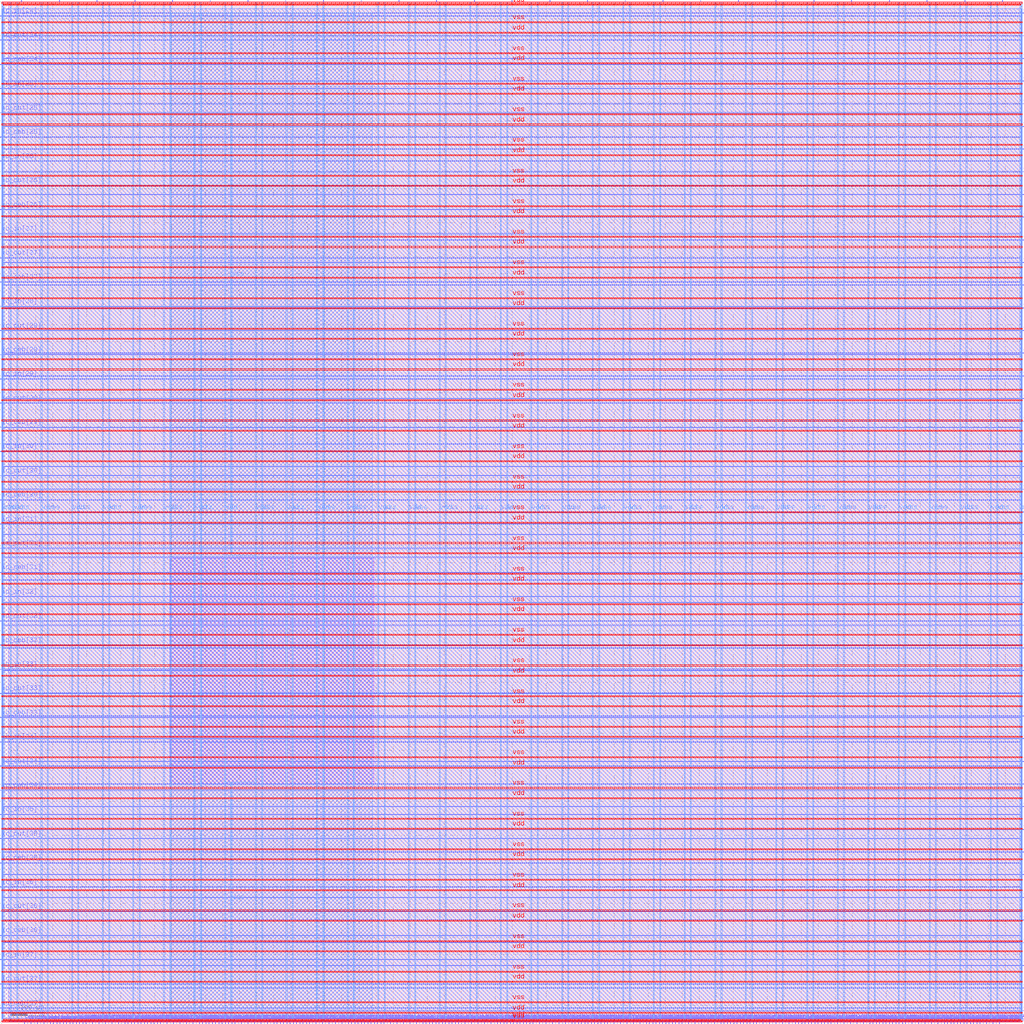
<source format=lef>
VERSION 5.7 ;
  NOWIREEXTENSIONATPIN ON ;
  DIVIDERCHAR "/" ;
  BUSBITCHARS "[]" ;
MACRO user_project_wrapper
  CLASS BLOCK ;
  FOREIGN user_project_wrapper ;
  ORIGIN 0.000 0.000 ;
  SIZE 3000.000 BY 3000.000 ;
  PIN io_in[0]
    DIRECTION INPUT ;
    USE SIGNAL ;
    PORT
      LAYER Metal3 ;
        RECT 2997.600 33.320 3004.800 34.440 ;
    END
  END io_in[0]
  PIN io_in[10]
    DIRECTION INPUT ;
    USE SIGNAL ;
    PORT
      LAYER Metal3 ;
        RECT 2997.600 2032.520 3004.800 2033.640 ;
    END
  END io_in[10]
  PIN io_in[11]
    DIRECTION INPUT ;
    USE SIGNAL ;
    PORT
      LAYER Metal3 ;
        RECT 2997.600 2232.440 3004.800 2233.560 ;
    END
  END io_in[11]
  PIN io_in[12]
    DIRECTION INPUT ;
    USE SIGNAL ;
    PORT
      LAYER Metal3 ;
        RECT 2997.600 2432.360 3004.800 2433.480 ;
    END
  END io_in[12]
  PIN io_in[13]
    DIRECTION INPUT ;
    USE SIGNAL ;
    PORT
      LAYER Metal3 ;
        RECT 2997.600 2632.280 3004.800 2633.400 ;
    END
  END io_in[13]
  PIN io_in[14]
    DIRECTION INPUT ;
    USE SIGNAL ;
    PORT
      LAYER Metal3 ;
        RECT 2997.600 2832.200 3004.800 2833.320 ;
    END
  END io_in[14]
  PIN io_in[15]
    DIRECTION INPUT ;
    USE SIGNAL ;
    PORT
      LAYER Metal2 ;
        RECT 2940.840 2997.600 2941.960 3004.800 ;
    END
  END io_in[15]
  PIN io_in[16]
    DIRECTION INPUT ;
    USE SIGNAL ;
    PORT
      LAYER Metal2 ;
        RECT 2608.200 2997.600 2609.320 3004.800 ;
    END
  END io_in[16]
  PIN io_in[17]
    DIRECTION INPUT ;
    USE SIGNAL ;
    PORT
      LAYER Metal2 ;
        RECT 2275.560 2997.600 2276.680 3004.800 ;
    END
  END io_in[17]
  PIN io_in[18]
    DIRECTION INPUT ;
    USE SIGNAL ;
    PORT
      LAYER Metal2 ;
        RECT 1942.920 2997.600 1944.040 3004.800 ;
    END
  END io_in[18]
  PIN io_in[19]
    DIRECTION INPUT ;
    USE SIGNAL ;
    PORT
      LAYER Metal2 ;
        RECT 1610.280 2997.600 1611.400 3004.800 ;
    END
  END io_in[19]
  PIN io_in[1]
    DIRECTION INPUT ;
    USE SIGNAL ;
    PORT
      LAYER Metal3 ;
        RECT 2997.600 233.240 3004.800 234.360 ;
    END
  END io_in[1]
  PIN io_in[20]
    DIRECTION INPUT ;
    USE SIGNAL ;
    PORT
      LAYER Metal2 ;
        RECT 1277.640 2997.600 1278.760 3004.800 ;
    END
  END io_in[20]
  PIN io_in[21]
    DIRECTION INPUT ;
    USE SIGNAL ;
    PORT
      LAYER Metal2 ;
        RECT 945.000 2997.600 946.120 3004.800 ;
    END
  END io_in[21]
  PIN io_in[22]
    DIRECTION INPUT ;
    USE SIGNAL ;
    PORT
      LAYER Metal2 ;
        RECT 612.360 2997.600 613.480 3004.800 ;
    END
  END io_in[22]
  PIN io_in[23]
    DIRECTION INPUT ;
    USE SIGNAL ;
    PORT
      LAYER Metal2 ;
        RECT 279.720 2997.600 280.840 3004.800 ;
    END
  END io_in[23]
  PIN io_in[24]
    DIRECTION INPUT ;
    USE SIGNAL ;
    PORT
      LAYER Metal3 ;
        RECT -4.800 2957.080 2.400 2958.200 ;
    END
  END io_in[24]
  PIN io_in[25]
    DIRECTION INPUT ;
    USE SIGNAL ;
    PORT
      LAYER Metal3 ;
        RECT -4.800 2743.720 2.400 2744.840 ;
    END
  END io_in[25]
  PIN io_in[26]
    DIRECTION INPUT ;
    USE SIGNAL ;
    PORT
      LAYER Metal3 ;
        RECT -4.800 2530.360 2.400 2531.480 ;
    END
  END io_in[26]
  PIN io_in[27]
    DIRECTION INPUT ;
    USE SIGNAL ;
    PORT
      LAYER Metal3 ;
        RECT -4.800 2317.000 2.400 2318.120 ;
    END
  END io_in[27]
  PIN io_in[28]
    DIRECTION INPUT ;
    USE SIGNAL ;
    PORT
      LAYER Metal3 ;
        RECT -4.800 2103.640 2.400 2104.760 ;
    END
  END io_in[28]
  PIN io_in[29]
    DIRECTION INPUT ;
    USE SIGNAL ;
    PORT
      LAYER Metal3 ;
        RECT -4.800 1890.280 2.400 1891.400 ;
    END
  END io_in[29]
  PIN io_in[2]
    DIRECTION INPUT ;
    USE SIGNAL ;
    PORT
      LAYER Metal3 ;
        RECT 2997.600 433.160 3004.800 434.280 ;
    END
  END io_in[2]
  PIN io_in[30]
    DIRECTION INPUT ;
    USE SIGNAL ;
    PORT
      LAYER Metal3 ;
        RECT -4.800 1676.920 2.400 1678.040 ;
    END
  END io_in[30]
  PIN io_in[31]
    DIRECTION INPUT ;
    USE SIGNAL ;
    PORT
      LAYER Metal3 ;
        RECT -4.800 1463.560 2.400 1464.680 ;
    END
  END io_in[31]
  PIN io_in[32]
    DIRECTION INPUT ;
    USE SIGNAL ;
    PORT
      LAYER Metal3 ;
        RECT -4.800 1250.200 2.400 1251.320 ;
    END
  END io_in[32]
  PIN io_in[33]
    DIRECTION INPUT ;
    USE SIGNAL ;
    PORT
      LAYER Metal3 ;
        RECT -4.800 1036.840 2.400 1037.960 ;
    END
  END io_in[33]
  PIN io_in[34]
    DIRECTION INPUT ;
    USE SIGNAL ;
    PORT
      LAYER Metal3 ;
        RECT -4.800 823.480 2.400 824.600 ;
    END
  END io_in[34]
  PIN io_in[35]
    DIRECTION INPUT ;
    USE SIGNAL ;
    PORT
      LAYER Metal3 ;
        RECT -4.800 610.120 2.400 611.240 ;
    END
  END io_in[35]
  PIN io_in[36]
    DIRECTION INPUT ;
    USE SIGNAL ;
    PORT
      LAYER Metal3 ;
        RECT -4.800 396.760 2.400 397.880 ;
    END
  END io_in[36]
  PIN io_in[37]
    DIRECTION INPUT ;
    USE SIGNAL ;
    PORT
      LAYER Metal3 ;
        RECT -4.800 183.400 2.400 184.520 ;
    END
  END io_in[37]
  PIN io_in[3]
    DIRECTION INPUT ;
    USE SIGNAL ;
    PORT
      LAYER Metal3 ;
        RECT 2997.600 633.080 3004.800 634.200 ;
    END
  END io_in[3]
  PIN io_in[4]
    DIRECTION INPUT ;
    USE SIGNAL ;
    PORT
      LAYER Metal3 ;
        RECT 2997.600 833.000 3004.800 834.120 ;
    END
  END io_in[4]
  PIN io_in[5]
    DIRECTION INPUT ;
    USE SIGNAL ;
    PORT
      LAYER Metal3 ;
        RECT 2997.600 1032.920 3004.800 1034.040 ;
    END
  END io_in[5]
  PIN io_in[6]
    DIRECTION INPUT ;
    USE SIGNAL ;
    PORT
      LAYER Metal3 ;
        RECT 2997.600 1232.840 3004.800 1233.960 ;
    END
  END io_in[6]
  PIN io_in[7]
    DIRECTION INPUT ;
    USE SIGNAL ;
    PORT
      LAYER Metal3 ;
        RECT 2997.600 1432.760 3004.800 1433.880 ;
    END
  END io_in[7]
  PIN io_in[8]
    DIRECTION INPUT ;
    USE SIGNAL ;
    PORT
      LAYER Metal3 ;
        RECT 2997.600 1632.680 3004.800 1633.800 ;
    END
  END io_in[8]
  PIN io_in[9]
    DIRECTION INPUT ;
    USE SIGNAL ;
    PORT
      LAYER Metal3 ;
        RECT 2997.600 1832.600 3004.800 1833.720 ;
    END
  END io_in[9]
  PIN io_oeb[0]
    DIRECTION OUTPUT TRISTATE ;
    USE SIGNAL ;
    PORT
      LAYER Metal3 ;
        RECT 2997.600 166.600 3004.800 167.720 ;
    END
  END io_oeb[0]
  PIN io_oeb[10]
    DIRECTION OUTPUT TRISTATE ;
    USE SIGNAL ;
    PORT
      LAYER Metal3 ;
        RECT 2997.600 2165.800 3004.800 2166.920 ;
    END
  END io_oeb[10]
  PIN io_oeb[11]
    DIRECTION OUTPUT TRISTATE ;
    USE SIGNAL ;
    PORT
      LAYER Metal3 ;
        RECT 2997.600 2365.720 3004.800 2366.840 ;
    END
  END io_oeb[11]
  PIN io_oeb[12]
    DIRECTION OUTPUT TRISTATE ;
    USE SIGNAL ;
    PORT
      LAYER Metal3 ;
        RECT 2997.600 2565.640 3004.800 2566.760 ;
    END
  END io_oeb[12]
  PIN io_oeb[13]
    DIRECTION OUTPUT TRISTATE ;
    USE SIGNAL ;
    PORT
      LAYER Metal3 ;
        RECT 2997.600 2765.560 3004.800 2766.680 ;
    END
  END io_oeb[13]
  PIN io_oeb[14]
    DIRECTION OUTPUT TRISTATE ;
    USE SIGNAL ;
    PORT
      LAYER Metal3 ;
        RECT 2997.600 2965.480 3004.800 2966.600 ;
    END
  END io_oeb[14]
  PIN io_oeb[15]
    DIRECTION OUTPUT TRISTATE ;
    USE SIGNAL ;
    PORT
      LAYER Metal2 ;
        RECT 2719.080 2997.600 2720.200 3004.800 ;
    END
  END io_oeb[15]
  PIN io_oeb[16]
    DIRECTION OUTPUT TRISTATE ;
    USE SIGNAL ;
    PORT
      LAYER Metal2 ;
        RECT 2386.440 2997.600 2387.560 3004.800 ;
    END
  END io_oeb[16]
  PIN io_oeb[17]
    DIRECTION OUTPUT TRISTATE ;
    USE SIGNAL ;
    PORT
      LAYER Metal2 ;
        RECT 2053.800 2997.600 2054.920 3004.800 ;
    END
  END io_oeb[17]
  PIN io_oeb[18]
    DIRECTION OUTPUT TRISTATE ;
    USE SIGNAL ;
    PORT
      LAYER Metal2 ;
        RECT 1721.160 2997.600 1722.280 3004.800 ;
    END
  END io_oeb[18]
  PIN io_oeb[19]
    DIRECTION OUTPUT TRISTATE ;
    USE SIGNAL ;
    PORT
      LAYER Metal2 ;
        RECT 1388.520 2997.600 1389.640 3004.800 ;
    END
  END io_oeb[19]
  PIN io_oeb[1]
    DIRECTION OUTPUT TRISTATE ;
    USE SIGNAL ;
    PORT
      LAYER Metal3 ;
        RECT 2997.600 366.520 3004.800 367.640 ;
    END
  END io_oeb[1]
  PIN io_oeb[20]
    DIRECTION OUTPUT TRISTATE ;
    USE SIGNAL ;
    PORT
      LAYER Metal2 ;
        RECT 1055.880 2997.600 1057.000 3004.800 ;
    END
  END io_oeb[20]
  PIN io_oeb[21]
    DIRECTION OUTPUT TRISTATE ;
    USE SIGNAL ;
    PORT
      LAYER Metal2 ;
        RECT 723.240 2997.600 724.360 3004.800 ;
    END
  END io_oeb[21]
  PIN io_oeb[22]
    DIRECTION OUTPUT TRISTATE ;
    USE SIGNAL ;
    PORT
      LAYER Metal2 ;
        RECT 390.600 2997.600 391.720 3004.800 ;
    END
  END io_oeb[22]
  PIN io_oeb[23]
    DIRECTION OUTPUT TRISTATE ;
    USE SIGNAL ;
    PORT
      LAYER Metal2 ;
        RECT 57.960 2997.600 59.080 3004.800 ;
    END
  END io_oeb[23]
  PIN io_oeb[24]
    DIRECTION OUTPUT TRISTATE ;
    USE SIGNAL ;
    PORT
      LAYER Metal3 ;
        RECT -4.800 2814.840 2.400 2815.960 ;
    END
  END io_oeb[24]
  PIN io_oeb[25]
    DIRECTION OUTPUT TRISTATE ;
    USE SIGNAL ;
    PORT
      LAYER Metal3 ;
        RECT -4.800 2601.480 2.400 2602.600 ;
    END
  END io_oeb[25]
  PIN io_oeb[26]
    DIRECTION OUTPUT TRISTATE ;
    USE SIGNAL ;
    PORT
      LAYER Metal3 ;
        RECT -4.800 2388.120 2.400 2389.240 ;
    END
  END io_oeb[26]
  PIN io_oeb[27]
    DIRECTION OUTPUT TRISTATE ;
    USE SIGNAL ;
    PORT
      LAYER Metal3 ;
        RECT -4.800 2174.760 2.400 2175.880 ;
    END
  END io_oeb[27]
  PIN io_oeb[28]
    DIRECTION OUTPUT TRISTATE ;
    USE SIGNAL ;
    PORT
      LAYER Metal3 ;
        RECT -4.800 1961.400 2.400 1962.520 ;
    END
  END io_oeb[28]
  PIN io_oeb[29]
    DIRECTION OUTPUT TRISTATE ;
    USE SIGNAL ;
    PORT
      LAYER Metal3 ;
        RECT -4.800 1748.040 2.400 1749.160 ;
    END
  END io_oeb[29]
  PIN io_oeb[2]
    DIRECTION OUTPUT TRISTATE ;
    USE SIGNAL ;
    PORT
      LAYER Metal3 ;
        RECT 2997.600 566.440 3004.800 567.560 ;
    END
  END io_oeb[2]
  PIN io_oeb[30]
    DIRECTION OUTPUT TRISTATE ;
    USE SIGNAL ;
    PORT
      LAYER Metal3 ;
        RECT -4.800 1534.680 2.400 1535.800 ;
    END
  END io_oeb[30]
  PIN io_oeb[31]
    DIRECTION OUTPUT TRISTATE ;
    USE SIGNAL ;
    PORT
      LAYER Metal3 ;
        RECT -4.800 1321.320 2.400 1322.440 ;
    END
  END io_oeb[31]
  PIN io_oeb[32]
    DIRECTION OUTPUT TRISTATE ;
    USE SIGNAL ;
    PORT
      LAYER Metal3 ;
        RECT -4.800 1107.960 2.400 1109.080 ;
    END
  END io_oeb[32]
  PIN io_oeb[33]
    DIRECTION OUTPUT TRISTATE ;
    USE SIGNAL ;
    PORT
      LAYER Metal3 ;
        RECT -4.800 894.600 2.400 895.720 ;
    END
  END io_oeb[33]
  PIN io_oeb[34]
    DIRECTION OUTPUT TRISTATE ;
    USE SIGNAL ;
    PORT
      LAYER Metal3 ;
        RECT -4.800 681.240 2.400 682.360 ;
    END
  END io_oeb[34]
  PIN io_oeb[35]
    DIRECTION OUTPUT TRISTATE ;
    USE SIGNAL ;
    PORT
      LAYER Metal3 ;
        RECT -4.800 467.880 2.400 469.000 ;
    END
  END io_oeb[35]
  PIN io_oeb[36]
    DIRECTION OUTPUT TRISTATE ;
    USE SIGNAL ;
    PORT
      LAYER Metal3 ;
        RECT -4.800 254.520 2.400 255.640 ;
    END
  END io_oeb[36]
  PIN io_oeb[37]
    DIRECTION OUTPUT TRISTATE ;
    USE SIGNAL ;
    PORT
      LAYER Metal3 ;
        RECT -4.800 41.160 2.400 42.280 ;
    END
  END io_oeb[37]
  PIN io_oeb[3]
    DIRECTION OUTPUT TRISTATE ;
    USE SIGNAL ;
    PORT
      LAYER Metal3 ;
        RECT 2997.600 766.360 3004.800 767.480 ;
    END
  END io_oeb[3]
  PIN io_oeb[4]
    DIRECTION OUTPUT TRISTATE ;
    USE SIGNAL ;
    PORT
      LAYER Metal3 ;
        RECT 2997.600 966.280 3004.800 967.400 ;
    END
  END io_oeb[4]
  PIN io_oeb[5]
    DIRECTION OUTPUT TRISTATE ;
    USE SIGNAL ;
    PORT
      LAYER Metal3 ;
        RECT 2997.600 1166.200 3004.800 1167.320 ;
    END
  END io_oeb[5]
  PIN io_oeb[6]
    DIRECTION OUTPUT TRISTATE ;
    USE SIGNAL ;
    PORT
      LAYER Metal3 ;
        RECT 2997.600 1366.120 3004.800 1367.240 ;
    END
  END io_oeb[6]
  PIN io_oeb[7]
    DIRECTION OUTPUT TRISTATE ;
    USE SIGNAL ;
    PORT
      LAYER Metal3 ;
        RECT 2997.600 1566.040 3004.800 1567.160 ;
    END
  END io_oeb[7]
  PIN io_oeb[8]
    DIRECTION OUTPUT TRISTATE ;
    USE SIGNAL ;
    PORT
      LAYER Metal3 ;
        RECT 2997.600 1765.960 3004.800 1767.080 ;
    END
  END io_oeb[8]
  PIN io_oeb[9]
    DIRECTION OUTPUT TRISTATE ;
    USE SIGNAL ;
    PORT
      LAYER Metal3 ;
        RECT 2997.600 1965.880 3004.800 1967.000 ;
    END
  END io_oeb[9]
  PIN io_out[0]
    DIRECTION OUTPUT TRISTATE ;
    USE SIGNAL ;
    PORT
      LAYER Metal3 ;
        RECT 2997.600 99.960 3004.800 101.080 ;
    END
  END io_out[0]
  PIN io_out[10]
    DIRECTION OUTPUT TRISTATE ;
    USE SIGNAL ;
    PORT
      LAYER Metal3 ;
        RECT 2997.600 2099.160 3004.800 2100.280 ;
    END
  END io_out[10]
  PIN io_out[11]
    DIRECTION OUTPUT TRISTATE ;
    USE SIGNAL ;
    PORT
      LAYER Metal3 ;
        RECT 2997.600 2299.080 3004.800 2300.200 ;
    END
  END io_out[11]
  PIN io_out[12]
    DIRECTION OUTPUT TRISTATE ;
    USE SIGNAL ;
    PORT
      LAYER Metal3 ;
        RECT 2997.600 2499.000 3004.800 2500.120 ;
    END
  END io_out[12]
  PIN io_out[13]
    DIRECTION OUTPUT TRISTATE ;
    USE SIGNAL ;
    PORT
      LAYER Metal3 ;
        RECT 2997.600 2698.920 3004.800 2700.040 ;
    END
  END io_out[13]
  PIN io_out[14]
    DIRECTION OUTPUT TRISTATE ;
    USE SIGNAL ;
    PORT
      LAYER Metal3 ;
        RECT 2997.600 2898.840 3004.800 2899.960 ;
    END
  END io_out[14]
  PIN io_out[15]
    DIRECTION OUTPUT TRISTATE ;
    USE SIGNAL ;
    PORT
      LAYER Metal2 ;
        RECT 2829.960 2997.600 2831.080 3004.800 ;
    END
  END io_out[15]
  PIN io_out[16]
    DIRECTION OUTPUT TRISTATE ;
    USE SIGNAL ;
    PORT
      LAYER Metal2 ;
        RECT 2497.320 2997.600 2498.440 3004.800 ;
    END
  END io_out[16]
  PIN io_out[17]
    DIRECTION OUTPUT TRISTATE ;
    USE SIGNAL ;
    PORT
      LAYER Metal2 ;
        RECT 2164.680 2997.600 2165.800 3004.800 ;
    END
  END io_out[17]
  PIN io_out[18]
    DIRECTION OUTPUT TRISTATE ;
    USE SIGNAL ;
    PORT
      LAYER Metal2 ;
        RECT 1832.040 2997.600 1833.160 3004.800 ;
    END
  END io_out[18]
  PIN io_out[19]
    DIRECTION OUTPUT TRISTATE ;
    USE SIGNAL ;
    PORT
      LAYER Metal2 ;
        RECT 1499.400 2997.600 1500.520 3004.800 ;
    END
  END io_out[19]
  PIN io_out[1]
    DIRECTION OUTPUT TRISTATE ;
    USE SIGNAL ;
    PORT
      LAYER Metal3 ;
        RECT 2997.600 299.880 3004.800 301.000 ;
    END
  END io_out[1]
  PIN io_out[20]
    DIRECTION OUTPUT TRISTATE ;
    USE SIGNAL ;
    PORT
      LAYER Metal2 ;
        RECT 1166.760 2997.600 1167.880 3004.800 ;
    END
  END io_out[20]
  PIN io_out[21]
    DIRECTION OUTPUT TRISTATE ;
    USE SIGNAL ;
    PORT
      LAYER Metal2 ;
        RECT 834.120 2997.600 835.240 3004.800 ;
    END
  END io_out[21]
  PIN io_out[22]
    DIRECTION OUTPUT TRISTATE ;
    USE SIGNAL ;
    PORT
      LAYER Metal2 ;
        RECT 501.480 2997.600 502.600 3004.800 ;
    END
  END io_out[22]
  PIN io_out[23]
    DIRECTION OUTPUT TRISTATE ;
    USE SIGNAL ;
    PORT
      LAYER Metal2 ;
        RECT 168.840 2997.600 169.960 3004.800 ;
    END
  END io_out[23]
  PIN io_out[24]
    DIRECTION OUTPUT TRISTATE ;
    USE SIGNAL ;
    PORT
      LAYER Metal3 ;
        RECT -4.800 2885.960 2.400 2887.080 ;
    END
  END io_out[24]
  PIN io_out[25]
    DIRECTION OUTPUT TRISTATE ;
    USE SIGNAL ;
    PORT
      LAYER Metal3 ;
        RECT -4.800 2672.600 2.400 2673.720 ;
    END
  END io_out[25]
  PIN io_out[26]
    DIRECTION OUTPUT TRISTATE ;
    USE SIGNAL ;
    PORT
      LAYER Metal3 ;
        RECT -4.800 2459.240 2.400 2460.360 ;
    END
  END io_out[26]
  PIN io_out[27]
    DIRECTION OUTPUT TRISTATE ;
    USE SIGNAL ;
    PORT
      LAYER Metal3 ;
        RECT -4.800 2245.880 2.400 2247.000 ;
    END
  END io_out[27]
  PIN io_out[28]
    DIRECTION OUTPUT TRISTATE ;
    USE SIGNAL ;
    PORT
      LAYER Metal3 ;
        RECT -4.800 2032.520 2.400 2033.640 ;
    END
  END io_out[28]
  PIN io_out[29]
    DIRECTION OUTPUT TRISTATE ;
    USE SIGNAL ;
    PORT
      LAYER Metal3 ;
        RECT -4.800 1819.160 2.400 1820.280 ;
    END
  END io_out[29]
  PIN io_out[2]
    DIRECTION OUTPUT TRISTATE ;
    USE SIGNAL ;
    PORT
      LAYER Metal3 ;
        RECT 2997.600 499.800 3004.800 500.920 ;
    END
  END io_out[2]
  PIN io_out[30]
    DIRECTION OUTPUT TRISTATE ;
    USE SIGNAL ;
    PORT
      LAYER Metal3 ;
        RECT -4.800 1605.800 2.400 1606.920 ;
    END
  END io_out[30]
  PIN io_out[31]
    DIRECTION OUTPUT TRISTATE ;
    USE SIGNAL ;
    PORT
      LAYER Metal3 ;
        RECT -4.800 1392.440 2.400 1393.560 ;
    END
  END io_out[31]
  PIN io_out[32]
    DIRECTION OUTPUT TRISTATE ;
    USE SIGNAL ;
    PORT
      LAYER Metal3 ;
        RECT -4.800 1179.080 2.400 1180.200 ;
    END
  END io_out[32]
  PIN io_out[33]
    DIRECTION OUTPUT TRISTATE ;
    USE SIGNAL ;
    PORT
      LAYER Metal3 ;
        RECT -4.800 965.720 2.400 966.840 ;
    END
  END io_out[33]
  PIN io_out[34]
    DIRECTION OUTPUT TRISTATE ;
    USE SIGNAL ;
    PORT
      LAYER Metal3 ;
        RECT -4.800 752.360 2.400 753.480 ;
    END
  END io_out[34]
  PIN io_out[35]
    DIRECTION OUTPUT TRISTATE ;
    USE SIGNAL ;
    PORT
      LAYER Metal3 ;
        RECT -4.800 539.000 2.400 540.120 ;
    END
  END io_out[35]
  PIN io_out[36]
    DIRECTION OUTPUT TRISTATE ;
    USE SIGNAL ;
    PORT
      LAYER Metal3 ;
        RECT -4.800 325.640 2.400 326.760 ;
    END
  END io_out[36]
  PIN io_out[37]
    DIRECTION OUTPUT TRISTATE ;
    USE SIGNAL ;
    PORT
      LAYER Metal3 ;
        RECT -4.800 112.280 2.400 113.400 ;
    END
  END io_out[37]
  PIN io_out[3]
    DIRECTION OUTPUT TRISTATE ;
    USE SIGNAL ;
    PORT
      LAYER Metal3 ;
        RECT 2997.600 699.720 3004.800 700.840 ;
    END
  END io_out[3]
  PIN io_out[4]
    DIRECTION OUTPUT TRISTATE ;
    USE SIGNAL ;
    PORT
      LAYER Metal3 ;
        RECT 2997.600 899.640 3004.800 900.760 ;
    END
  END io_out[4]
  PIN io_out[5]
    DIRECTION OUTPUT TRISTATE ;
    USE SIGNAL ;
    PORT
      LAYER Metal3 ;
        RECT 2997.600 1099.560 3004.800 1100.680 ;
    END
  END io_out[5]
  PIN io_out[6]
    DIRECTION OUTPUT TRISTATE ;
    USE SIGNAL ;
    PORT
      LAYER Metal3 ;
        RECT 2997.600 1299.480 3004.800 1300.600 ;
    END
  END io_out[6]
  PIN io_out[7]
    DIRECTION OUTPUT TRISTATE ;
    USE SIGNAL ;
    PORT
      LAYER Metal3 ;
        RECT 2997.600 1499.400 3004.800 1500.520 ;
    END
  END io_out[7]
  PIN io_out[8]
    DIRECTION OUTPUT TRISTATE ;
    USE SIGNAL ;
    PORT
      LAYER Metal3 ;
        RECT 2997.600 1699.320 3004.800 1700.440 ;
    END
  END io_out[8]
  PIN io_out[9]
    DIRECTION OUTPUT TRISTATE ;
    USE SIGNAL ;
    PORT
      LAYER Metal3 ;
        RECT 2997.600 1899.240 3004.800 1900.360 ;
    END
  END io_out[9]
  PIN la_data_in[0]
    DIRECTION INPUT ;
    USE SIGNAL ;
    PORT
      LAYER Metal2 ;
        RECT 1075.480 -4.800 1076.600 2.400 ;
    END
  END la_data_in[0]
  PIN la_data_in[10]
    DIRECTION INPUT ;
    USE SIGNAL ;
    PORT
      LAYER Metal2 ;
        RECT 1361.080 -4.800 1362.200 2.400 ;
    END
  END la_data_in[10]
  PIN la_data_in[11]
    DIRECTION INPUT ;
    USE SIGNAL ;
    PORT
      LAYER Metal2 ;
        RECT 1389.640 -4.800 1390.760 2.400 ;
    END
  END la_data_in[11]
  PIN la_data_in[12]
    DIRECTION INPUT ;
    USE SIGNAL ;
    PORT
      LAYER Metal2 ;
        RECT 1418.200 -4.800 1419.320 2.400 ;
    END
  END la_data_in[12]
  PIN la_data_in[13]
    DIRECTION INPUT ;
    USE SIGNAL ;
    PORT
      LAYER Metal2 ;
        RECT 1446.760 -4.800 1447.880 2.400 ;
    END
  END la_data_in[13]
  PIN la_data_in[14]
    DIRECTION INPUT ;
    USE SIGNAL ;
    PORT
      LAYER Metal2 ;
        RECT 1475.320 -4.800 1476.440 2.400 ;
    END
  END la_data_in[14]
  PIN la_data_in[15]
    DIRECTION INPUT ;
    USE SIGNAL ;
    PORT
      LAYER Metal2 ;
        RECT 1503.880 -4.800 1505.000 2.400 ;
    END
  END la_data_in[15]
  PIN la_data_in[16]
    DIRECTION INPUT ;
    USE SIGNAL ;
    PORT
      LAYER Metal2 ;
        RECT 1532.440 -4.800 1533.560 2.400 ;
    END
  END la_data_in[16]
  PIN la_data_in[17]
    DIRECTION INPUT ;
    USE SIGNAL ;
    PORT
      LAYER Metal2 ;
        RECT 1561.000 -4.800 1562.120 2.400 ;
    END
  END la_data_in[17]
  PIN la_data_in[18]
    DIRECTION INPUT ;
    USE SIGNAL ;
    PORT
      LAYER Metal2 ;
        RECT 1589.560 -4.800 1590.680 2.400 ;
    END
  END la_data_in[18]
  PIN la_data_in[19]
    DIRECTION INPUT ;
    USE SIGNAL ;
    PORT
      LAYER Metal2 ;
        RECT 1618.120 -4.800 1619.240 2.400 ;
    END
  END la_data_in[19]
  PIN la_data_in[1]
    DIRECTION INPUT ;
    USE SIGNAL ;
    PORT
      LAYER Metal2 ;
        RECT 1104.040 -4.800 1105.160 2.400 ;
    END
  END la_data_in[1]
  PIN la_data_in[20]
    DIRECTION INPUT ;
    USE SIGNAL ;
    PORT
      LAYER Metal2 ;
        RECT 1646.680 -4.800 1647.800 2.400 ;
    END
  END la_data_in[20]
  PIN la_data_in[21]
    DIRECTION INPUT ;
    USE SIGNAL ;
    PORT
      LAYER Metal2 ;
        RECT 1675.240 -4.800 1676.360 2.400 ;
    END
  END la_data_in[21]
  PIN la_data_in[22]
    DIRECTION INPUT ;
    USE SIGNAL ;
    PORT
      LAYER Metal2 ;
        RECT 1703.800 -4.800 1704.920 2.400 ;
    END
  END la_data_in[22]
  PIN la_data_in[23]
    DIRECTION INPUT ;
    USE SIGNAL ;
    PORT
      LAYER Metal2 ;
        RECT 1732.360 -4.800 1733.480 2.400 ;
    END
  END la_data_in[23]
  PIN la_data_in[24]
    DIRECTION INPUT ;
    USE SIGNAL ;
    PORT
      LAYER Metal2 ;
        RECT 1760.920 -4.800 1762.040 2.400 ;
    END
  END la_data_in[24]
  PIN la_data_in[25]
    DIRECTION INPUT ;
    USE SIGNAL ;
    PORT
      LAYER Metal2 ;
        RECT 1789.480 -4.800 1790.600 2.400 ;
    END
  END la_data_in[25]
  PIN la_data_in[26]
    DIRECTION INPUT ;
    USE SIGNAL ;
    PORT
      LAYER Metal2 ;
        RECT 1818.040 -4.800 1819.160 2.400 ;
    END
  END la_data_in[26]
  PIN la_data_in[27]
    DIRECTION INPUT ;
    USE SIGNAL ;
    PORT
      LAYER Metal2 ;
        RECT 1846.600 -4.800 1847.720 2.400 ;
    END
  END la_data_in[27]
  PIN la_data_in[28]
    DIRECTION INPUT ;
    USE SIGNAL ;
    PORT
      LAYER Metal2 ;
        RECT 1875.160 -4.800 1876.280 2.400 ;
    END
  END la_data_in[28]
  PIN la_data_in[29]
    DIRECTION INPUT ;
    USE SIGNAL ;
    PORT
      LAYER Metal2 ;
        RECT 1903.720 -4.800 1904.840 2.400 ;
    END
  END la_data_in[29]
  PIN la_data_in[2]
    DIRECTION INPUT ;
    USE SIGNAL ;
    PORT
      LAYER Metal2 ;
        RECT 1132.600 -4.800 1133.720 2.400 ;
    END
  END la_data_in[2]
  PIN la_data_in[30]
    DIRECTION INPUT ;
    USE SIGNAL ;
    PORT
      LAYER Metal2 ;
        RECT 1932.280 -4.800 1933.400 2.400 ;
    END
  END la_data_in[30]
  PIN la_data_in[31]
    DIRECTION INPUT ;
    USE SIGNAL ;
    PORT
      LAYER Metal2 ;
        RECT 1960.840 -4.800 1961.960 2.400 ;
    END
  END la_data_in[31]
  PIN la_data_in[32]
    DIRECTION INPUT ;
    USE SIGNAL ;
    PORT
      LAYER Metal2 ;
        RECT 1989.400 -4.800 1990.520 2.400 ;
    END
  END la_data_in[32]
  PIN la_data_in[33]
    DIRECTION INPUT ;
    USE SIGNAL ;
    PORT
      LAYER Metal2 ;
        RECT 2017.960 -4.800 2019.080 2.400 ;
    END
  END la_data_in[33]
  PIN la_data_in[34]
    DIRECTION INPUT ;
    USE SIGNAL ;
    PORT
      LAYER Metal2 ;
        RECT 2046.520 -4.800 2047.640 2.400 ;
    END
  END la_data_in[34]
  PIN la_data_in[35]
    DIRECTION INPUT ;
    USE SIGNAL ;
    PORT
      LAYER Metal2 ;
        RECT 2075.080 -4.800 2076.200 2.400 ;
    END
  END la_data_in[35]
  PIN la_data_in[36]
    DIRECTION INPUT ;
    USE SIGNAL ;
    PORT
      LAYER Metal2 ;
        RECT 2103.640 -4.800 2104.760 2.400 ;
    END
  END la_data_in[36]
  PIN la_data_in[37]
    DIRECTION INPUT ;
    USE SIGNAL ;
    PORT
      LAYER Metal2 ;
        RECT 2132.200 -4.800 2133.320 2.400 ;
    END
  END la_data_in[37]
  PIN la_data_in[38]
    DIRECTION INPUT ;
    USE SIGNAL ;
    PORT
      LAYER Metal2 ;
        RECT 2160.760 -4.800 2161.880 2.400 ;
    END
  END la_data_in[38]
  PIN la_data_in[39]
    DIRECTION INPUT ;
    USE SIGNAL ;
    PORT
      LAYER Metal2 ;
        RECT 2189.320 -4.800 2190.440 2.400 ;
    END
  END la_data_in[39]
  PIN la_data_in[3]
    DIRECTION INPUT ;
    USE SIGNAL ;
    PORT
      LAYER Metal2 ;
        RECT 1161.160 -4.800 1162.280 2.400 ;
    END
  END la_data_in[3]
  PIN la_data_in[40]
    DIRECTION INPUT ;
    USE SIGNAL ;
    PORT
      LAYER Metal2 ;
        RECT 2217.880 -4.800 2219.000 2.400 ;
    END
  END la_data_in[40]
  PIN la_data_in[41]
    DIRECTION INPUT ;
    USE SIGNAL ;
    PORT
      LAYER Metal2 ;
        RECT 2246.440 -4.800 2247.560 2.400 ;
    END
  END la_data_in[41]
  PIN la_data_in[42]
    DIRECTION INPUT ;
    USE SIGNAL ;
    PORT
      LAYER Metal2 ;
        RECT 2275.000 -4.800 2276.120 2.400 ;
    END
  END la_data_in[42]
  PIN la_data_in[43]
    DIRECTION INPUT ;
    USE SIGNAL ;
    PORT
      LAYER Metal2 ;
        RECT 2303.560 -4.800 2304.680 2.400 ;
    END
  END la_data_in[43]
  PIN la_data_in[44]
    DIRECTION INPUT ;
    USE SIGNAL ;
    PORT
      LAYER Metal2 ;
        RECT 2332.120 -4.800 2333.240 2.400 ;
    END
  END la_data_in[44]
  PIN la_data_in[45]
    DIRECTION INPUT ;
    USE SIGNAL ;
    PORT
      LAYER Metal2 ;
        RECT 2360.680 -4.800 2361.800 2.400 ;
    END
  END la_data_in[45]
  PIN la_data_in[46]
    DIRECTION INPUT ;
    USE SIGNAL ;
    PORT
      LAYER Metal2 ;
        RECT 2389.240 -4.800 2390.360 2.400 ;
    END
  END la_data_in[46]
  PIN la_data_in[47]
    DIRECTION INPUT ;
    USE SIGNAL ;
    PORT
      LAYER Metal2 ;
        RECT 2417.800 -4.800 2418.920 2.400 ;
    END
  END la_data_in[47]
  PIN la_data_in[48]
    DIRECTION INPUT ;
    USE SIGNAL ;
    PORT
      LAYER Metal2 ;
        RECT 2446.360 -4.800 2447.480 2.400 ;
    END
  END la_data_in[48]
  PIN la_data_in[49]
    DIRECTION INPUT ;
    USE SIGNAL ;
    PORT
      LAYER Metal2 ;
        RECT 2474.920 -4.800 2476.040 2.400 ;
    END
  END la_data_in[49]
  PIN la_data_in[4]
    DIRECTION INPUT ;
    USE SIGNAL ;
    PORT
      LAYER Metal2 ;
        RECT 1189.720 -4.800 1190.840 2.400 ;
    END
  END la_data_in[4]
  PIN la_data_in[50]
    DIRECTION INPUT ;
    USE SIGNAL ;
    PORT
      LAYER Metal2 ;
        RECT 2503.480 -4.800 2504.600 2.400 ;
    END
  END la_data_in[50]
  PIN la_data_in[51]
    DIRECTION INPUT ;
    USE SIGNAL ;
    PORT
      LAYER Metal2 ;
        RECT 2532.040 -4.800 2533.160 2.400 ;
    END
  END la_data_in[51]
  PIN la_data_in[52]
    DIRECTION INPUT ;
    USE SIGNAL ;
    PORT
      LAYER Metal2 ;
        RECT 2560.600 -4.800 2561.720 2.400 ;
    END
  END la_data_in[52]
  PIN la_data_in[53]
    DIRECTION INPUT ;
    USE SIGNAL ;
    PORT
      LAYER Metal2 ;
        RECT 2589.160 -4.800 2590.280 2.400 ;
    END
  END la_data_in[53]
  PIN la_data_in[54]
    DIRECTION INPUT ;
    USE SIGNAL ;
    PORT
      LAYER Metal2 ;
        RECT 2617.720 -4.800 2618.840 2.400 ;
    END
  END la_data_in[54]
  PIN la_data_in[55]
    DIRECTION INPUT ;
    USE SIGNAL ;
    PORT
      LAYER Metal2 ;
        RECT 2646.280 -4.800 2647.400 2.400 ;
    END
  END la_data_in[55]
  PIN la_data_in[56]
    DIRECTION INPUT ;
    USE SIGNAL ;
    PORT
      LAYER Metal2 ;
        RECT 2674.840 -4.800 2675.960 2.400 ;
    END
  END la_data_in[56]
  PIN la_data_in[57]
    DIRECTION INPUT ;
    USE SIGNAL ;
    PORT
      LAYER Metal2 ;
        RECT 2703.400 -4.800 2704.520 2.400 ;
    END
  END la_data_in[57]
  PIN la_data_in[58]
    DIRECTION INPUT ;
    USE SIGNAL ;
    PORT
      LAYER Metal2 ;
        RECT 2731.960 -4.800 2733.080 2.400 ;
    END
  END la_data_in[58]
  PIN la_data_in[59]
    DIRECTION INPUT ;
    USE SIGNAL ;
    PORT
      LAYER Metal2 ;
        RECT 2760.520 -4.800 2761.640 2.400 ;
    END
  END la_data_in[59]
  PIN la_data_in[5]
    DIRECTION INPUT ;
    USE SIGNAL ;
    PORT
      LAYER Metal2 ;
        RECT 1218.280 -4.800 1219.400 2.400 ;
    END
  END la_data_in[5]
  PIN la_data_in[60]
    DIRECTION INPUT ;
    USE SIGNAL ;
    PORT
      LAYER Metal2 ;
        RECT 2789.080 -4.800 2790.200 2.400 ;
    END
  END la_data_in[60]
  PIN la_data_in[61]
    DIRECTION INPUT ;
    USE SIGNAL ;
    PORT
      LAYER Metal2 ;
        RECT 2817.640 -4.800 2818.760 2.400 ;
    END
  END la_data_in[61]
  PIN la_data_in[62]
    DIRECTION INPUT ;
    USE SIGNAL ;
    PORT
      LAYER Metal2 ;
        RECT 2846.200 -4.800 2847.320 2.400 ;
    END
  END la_data_in[62]
  PIN la_data_in[63]
    DIRECTION INPUT ;
    USE SIGNAL ;
    PORT
      LAYER Metal2 ;
        RECT 2874.760 -4.800 2875.880 2.400 ;
    END
  END la_data_in[63]
  PIN la_data_in[6]
    DIRECTION INPUT ;
    USE SIGNAL ;
    PORT
      LAYER Metal2 ;
        RECT 1246.840 -4.800 1247.960 2.400 ;
    END
  END la_data_in[6]
  PIN la_data_in[7]
    DIRECTION INPUT ;
    USE SIGNAL ;
    PORT
      LAYER Metal2 ;
        RECT 1275.400 -4.800 1276.520 2.400 ;
    END
  END la_data_in[7]
  PIN la_data_in[8]
    DIRECTION INPUT ;
    USE SIGNAL ;
    PORT
      LAYER Metal2 ;
        RECT 1303.960 -4.800 1305.080 2.400 ;
    END
  END la_data_in[8]
  PIN la_data_in[9]
    DIRECTION INPUT ;
    USE SIGNAL ;
    PORT
      LAYER Metal2 ;
        RECT 1332.520 -4.800 1333.640 2.400 ;
    END
  END la_data_in[9]
  PIN la_data_out[0]
    DIRECTION OUTPUT TRISTATE ;
    USE SIGNAL ;
    PORT
      LAYER Metal2 ;
        RECT 1085.000 -4.800 1086.120 2.400 ;
    END
  END la_data_out[0]
  PIN la_data_out[10]
    DIRECTION OUTPUT TRISTATE ;
    USE SIGNAL ;
    PORT
      LAYER Metal2 ;
        RECT 1370.600 -4.800 1371.720 2.400 ;
    END
  END la_data_out[10]
  PIN la_data_out[11]
    DIRECTION OUTPUT TRISTATE ;
    USE SIGNAL ;
    PORT
      LAYER Metal2 ;
        RECT 1399.160 -4.800 1400.280 2.400 ;
    END
  END la_data_out[11]
  PIN la_data_out[12]
    DIRECTION OUTPUT TRISTATE ;
    USE SIGNAL ;
    PORT
      LAYER Metal2 ;
        RECT 1427.720 -4.800 1428.840 2.400 ;
    END
  END la_data_out[12]
  PIN la_data_out[13]
    DIRECTION OUTPUT TRISTATE ;
    USE SIGNAL ;
    PORT
      LAYER Metal2 ;
        RECT 1456.280 -4.800 1457.400 2.400 ;
    END
  END la_data_out[13]
  PIN la_data_out[14]
    DIRECTION OUTPUT TRISTATE ;
    USE SIGNAL ;
    PORT
      LAYER Metal2 ;
        RECT 1484.840 -4.800 1485.960 2.400 ;
    END
  END la_data_out[14]
  PIN la_data_out[15]
    DIRECTION OUTPUT TRISTATE ;
    USE SIGNAL ;
    PORT
      LAYER Metal2 ;
        RECT 1513.400 -4.800 1514.520 2.400 ;
    END
  END la_data_out[15]
  PIN la_data_out[16]
    DIRECTION OUTPUT TRISTATE ;
    USE SIGNAL ;
    PORT
      LAYER Metal2 ;
        RECT 1541.960 -4.800 1543.080 2.400 ;
    END
  END la_data_out[16]
  PIN la_data_out[17]
    DIRECTION OUTPUT TRISTATE ;
    USE SIGNAL ;
    PORT
      LAYER Metal2 ;
        RECT 1570.520 -4.800 1571.640 2.400 ;
    END
  END la_data_out[17]
  PIN la_data_out[18]
    DIRECTION OUTPUT TRISTATE ;
    USE SIGNAL ;
    PORT
      LAYER Metal2 ;
        RECT 1599.080 -4.800 1600.200 2.400 ;
    END
  END la_data_out[18]
  PIN la_data_out[19]
    DIRECTION OUTPUT TRISTATE ;
    USE SIGNAL ;
    PORT
      LAYER Metal2 ;
        RECT 1627.640 -4.800 1628.760 2.400 ;
    END
  END la_data_out[19]
  PIN la_data_out[1]
    DIRECTION OUTPUT TRISTATE ;
    USE SIGNAL ;
    PORT
      LAYER Metal2 ;
        RECT 1113.560 -4.800 1114.680 2.400 ;
    END
  END la_data_out[1]
  PIN la_data_out[20]
    DIRECTION OUTPUT TRISTATE ;
    USE SIGNAL ;
    PORT
      LAYER Metal2 ;
        RECT 1656.200 -4.800 1657.320 2.400 ;
    END
  END la_data_out[20]
  PIN la_data_out[21]
    DIRECTION OUTPUT TRISTATE ;
    USE SIGNAL ;
    PORT
      LAYER Metal2 ;
        RECT 1684.760 -4.800 1685.880 2.400 ;
    END
  END la_data_out[21]
  PIN la_data_out[22]
    DIRECTION OUTPUT TRISTATE ;
    USE SIGNAL ;
    PORT
      LAYER Metal2 ;
        RECT 1713.320 -4.800 1714.440 2.400 ;
    END
  END la_data_out[22]
  PIN la_data_out[23]
    DIRECTION OUTPUT TRISTATE ;
    USE SIGNAL ;
    PORT
      LAYER Metal2 ;
        RECT 1741.880 -4.800 1743.000 2.400 ;
    END
  END la_data_out[23]
  PIN la_data_out[24]
    DIRECTION OUTPUT TRISTATE ;
    USE SIGNAL ;
    PORT
      LAYER Metal2 ;
        RECT 1770.440 -4.800 1771.560 2.400 ;
    END
  END la_data_out[24]
  PIN la_data_out[25]
    DIRECTION OUTPUT TRISTATE ;
    USE SIGNAL ;
    PORT
      LAYER Metal2 ;
        RECT 1799.000 -4.800 1800.120 2.400 ;
    END
  END la_data_out[25]
  PIN la_data_out[26]
    DIRECTION OUTPUT TRISTATE ;
    USE SIGNAL ;
    PORT
      LAYER Metal2 ;
        RECT 1827.560 -4.800 1828.680 2.400 ;
    END
  END la_data_out[26]
  PIN la_data_out[27]
    DIRECTION OUTPUT TRISTATE ;
    USE SIGNAL ;
    PORT
      LAYER Metal2 ;
        RECT 1856.120 -4.800 1857.240 2.400 ;
    END
  END la_data_out[27]
  PIN la_data_out[28]
    DIRECTION OUTPUT TRISTATE ;
    USE SIGNAL ;
    PORT
      LAYER Metal2 ;
        RECT 1884.680 -4.800 1885.800 2.400 ;
    END
  END la_data_out[28]
  PIN la_data_out[29]
    DIRECTION OUTPUT TRISTATE ;
    USE SIGNAL ;
    PORT
      LAYER Metal2 ;
        RECT 1913.240 -4.800 1914.360 2.400 ;
    END
  END la_data_out[29]
  PIN la_data_out[2]
    DIRECTION OUTPUT TRISTATE ;
    USE SIGNAL ;
    PORT
      LAYER Metal2 ;
        RECT 1142.120 -4.800 1143.240 2.400 ;
    END
  END la_data_out[2]
  PIN la_data_out[30]
    DIRECTION OUTPUT TRISTATE ;
    USE SIGNAL ;
    PORT
      LAYER Metal2 ;
        RECT 1941.800 -4.800 1942.920 2.400 ;
    END
  END la_data_out[30]
  PIN la_data_out[31]
    DIRECTION OUTPUT TRISTATE ;
    USE SIGNAL ;
    PORT
      LAYER Metal2 ;
        RECT 1970.360 -4.800 1971.480 2.400 ;
    END
  END la_data_out[31]
  PIN la_data_out[32]
    DIRECTION OUTPUT TRISTATE ;
    USE SIGNAL ;
    PORT
      LAYER Metal2 ;
        RECT 1998.920 -4.800 2000.040 2.400 ;
    END
  END la_data_out[32]
  PIN la_data_out[33]
    DIRECTION OUTPUT TRISTATE ;
    USE SIGNAL ;
    PORT
      LAYER Metal2 ;
        RECT 2027.480 -4.800 2028.600 2.400 ;
    END
  END la_data_out[33]
  PIN la_data_out[34]
    DIRECTION OUTPUT TRISTATE ;
    USE SIGNAL ;
    PORT
      LAYER Metal2 ;
        RECT 2056.040 -4.800 2057.160 2.400 ;
    END
  END la_data_out[34]
  PIN la_data_out[35]
    DIRECTION OUTPUT TRISTATE ;
    USE SIGNAL ;
    PORT
      LAYER Metal2 ;
        RECT 2084.600 -4.800 2085.720 2.400 ;
    END
  END la_data_out[35]
  PIN la_data_out[36]
    DIRECTION OUTPUT TRISTATE ;
    USE SIGNAL ;
    PORT
      LAYER Metal2 ;
        RECT 2113.160 -4.800 2114.280 2.400 ;
    END
  END la_data_out[36]
  PIN la_data_out[37]
    DIRECTION OUTPUT TRISTATE ;
    USE SIGNAL ;
    PORT
      LAYER Metal2 ;
        RECT 2141.720 -4.800 2142.840 2.400 ;
    END
  END la_data_out[37]
  PIN la_data_out[38]
    DIRECTION OUTPUT TRISTATE ;
    USE SIGNAL ;
    PORT
      LAYER Metal2 ;
        RECT 2170.280 -4.800 2171.400 2.400 ;
    END
  END la_data_out[38]
  PIN la_data_out[39]
    DIRECTION OUTPUT TRISTATE ;
    USE SIGNAL ;
    PORT
      LAYER Metal2 ;
        RECT 2198.840 -4.800 2199.960 2.400 ;
    END
  END la_data_out[39]
  PIN la_data_out[3]
    DIRECTION OUTPUT TRISTATE ;
    USE SIGNAL ;
    PORT
      LAYER Metal2 ;
        RECT 1170.680 -4.800 1171.800 2.400 ;
    END
  END la_data_out[3]
  PIN la_data_out[40]
    DIRECTION OUTPUT TRISTATE ;
    USE SIGNAL ;
    PORT
      LAYER Metal2 ;
        RECT 2227.400 -4.800 2228.520 2.400 ;
    END
  END la_data_out[40]
  PIN la_data_out[41]
    DIRECTION OUTPUT TRISTATE ;
    USE SIGNAL ;
    PORT
      LAYER Metal2 ;
        RECT 2255.960 -4.800 2257.080 2.400 ;
    END
  END la_data_out[41]
  PIN la_data_out[42]
    DIRECTION OUTPUT TRISTATE ;
    USE SIGNAL ;
    PORT
      LAYER Metal2 ;
        RECT 2284.520 -4.800 2285.640 2.400 ;
    END
  END la_data_out[42]
  PIN la_data_out[43]
    DIRECTION OUTPUT TRISTATE ;
    USE SIGNAL ;
    PORT
      LAYER Metal2 ;
        RECT 2313.080 -4.800 2314.200 2.400 ;
    END
  END la_data_out[43]
  PIN la_data_out[44]
    DIRECTION OUTPUT TRISTATE ;
    USE SIGNAL ;
    PORT
      LAYER Metal2 ;
        RECT 2341.640 -4.800 2342.760 2.400 ;
    END
  END la_data_out[44]
  PIN la_data_out[45]
    DIRECTION OUTPUT TRISTATE ;
    USE SIGNAL ;
    PORT
      LAYER Metal2 ;
        RECT 2370.200 -4.800 2371.320 2.400 ;
    END
  END la_data_out[45]
  PIN la_data_out[46]
    DIRECTION OUTPUT TRISTATE ;
    USE SIGNAL ;
    PORT
      LAYER Metal2 ;
        RECT 2398.760 -4.800 2399.880 2.400 ;
    END
  END la_data_out[46]
  PIN la_data_out[47]
    DIRECTION OUTPUT TRISTATE ;
    USE SIGNAL ;
    PORT
      LAYER Metal2 ;
        RECT 2427.320 -4.800 2428.440 2.400 ;
    END
  END la_data_out[47]
  PIN la_data_out[48]
    DIRECTION OUTPUT TRISTATE ;
    USE SIGNAL ;
    PORT
      LAYER Metal2 ;
        RECT 2455.880 -4.800 2457.000 2.400 ;
    END
  END la_data_out[48]
  PIN la_data_out[49]
    DIRECTION OUTPUT TRISTATE ;
    USE SIGNAL ;
    PORT
      LAYER Metal2 ;
        RECT 2484.440 -4.800 2485.560 2.400 ;
    END
  END la_data_out[49]
  PIN la_data_out[4]
    DIRECTION OUTPUT TRISTATE ;
    USE SIGNAL ;
    PORT
      LAYER Metal2 ;
        RECT 1199.240 -4.800 1200.360 2.400 ;
    END
  END la_data_out[4]
  PIN la_data_out[50]
    DIRECTION OUTPUT TRISTATE ;
    USE SIGNAL ;
    PORT
      LAYER Metal2 ;
        RECT 2513.000 -4.800 2514.120 2.400 ;
    END
  END la_data_out[50]
  PIN la_data_out[51]
    DIRECTION OUTPUT TRISTATE ;
    USE SIGNAL ;
    PORT
      LAYER Metal2 ;
        RECT 2541.560 -4.800 2542.680 2.400 ;
    END
  END la_data_out[51]
  PIN la_data_out[52]
    DIRECTION OUTPUT TRISTATE ;
    USE SIGNAL ;
    PORT
      LAYER Metal2 ;
        RECT 2570.120 -4.800 2571.240 2.400 ;
    END
  END la_data_out[52]
  PIN la_data_out[53]
    DIRECTION OUTPUT TRISTATE ;
    USE SIGNAL ;
    PORT
      LAYER Metal2 ;
        RECT 2598.680 -4.800 2599.800 2.400 ;
    END
  END la_data_out[53]
  PIN la_data_out[54]
    DIRECTION OUTPUT TRISTATE ;
    USE SIGNAL ;
    PORT
      LAYER Metal2 ;
        RECT 2627.240 -4.800 2628.360 2.400 ;
    END
  END la_data_out[54]
  PIN la_data_out[55]
    DIRECTION OUTPUT TRISTATE ;
    USE SIGNAL ;
    PORT
      LAYER Metal2 ;
        RECT 2655.800 -4.800 2656.920 2.400 ;
    END
  END la_data_out[55]
  PIN la_data_out[56]
    DIRECTION OUTPUT TRISTATE ;
    USE SIGNAL ;
    PORT
      LAYER Metal2 ;
        RECT 2684.360 -4.800 2685.480 2.400 ;
    END
  END la_data_out[56]
  PIN la_data_out[57]
    DIRECTION OUTPUT TRISTATE ;
    USE SIGNAL ;
    PORT
      LAYER Metal2 ;
        RECT 2712.920 -4.800 2714.040 2.400 ;
    END
  END la_data_out[57]
  PIN la_data_out[58]
    DIRECTION OUTPUT TRISTATE ;
    USE SIGNAL ;
    PORT
      LAYER Metal2 ;
        RECT 2741.480 -4.800 2742.600 2.400 ;
    END
  END la_data_out[58]
  PIN la_data_out[59]
    DIRECTION OUTPUT TRISTATE ;
    USE SIGNAL ;
    PORT
      LAYER Metal2 ;
        RECT 2770.040 -4.800 2771.160 2.400 ;
    END
  END la_data_out[59]
  PIN la_data_out[5]
    DIRECTION OUTPUT TRISTATE ;
    USE SIGNAL ;
    PORT
      LAYER Metal2 ;
        RECT 1227.800 -4.800 1228.920 2.400 ;
    END
  END la_data_out[5]
  PIN la_data_out[60]
    DIRECTION OUTPUT TRISTATE ;
    USE SIGNAL ;
    PORT
      LAYER Metal2 ;
        RECT 2798.600 -4.800 2799.720 2.400 ;
    END
  END la_data_out[60]
  PIN la_data_out[61]
    DIRECTION OUTPUT TRISTATE ;
    USE SIGNAL ;
    PORT
      LAYER Metal2 ;
        RECT 2827.160 -4.800 2828.280 2.400 ;
    END
  END la_data_out[61]
  PIN la_data_out[62]
    DIRECTION OUTPUT TRISTATE ;
    USE SIGNAL ;
    PORT
      LAYER Metal2 ;
        RECT 2855.720 -4.800 2856.840 2.400 ;
    END
  END la_data_out[62]
  PIN la_data_out[63]
    DIRECTION OUTPUT TRISTATE ;
    USE SIGNAL ;
    PORT
      LAYER Metal2 ;
        RECT 2884.280 -4.800 2885.400 2.400 ;
    END
  END la_data_out[63]
  PIN la_data_out[6]
    DIRECTION OUTPUT TRISTATE ;
    USE SIGNAL ;
    PORT
      LAYER Metal2 ;
        RECT 1256.360 -4.800 1257.480 2.400 ;
    END
  END la_data_out[6]
  PIN la_data_out[7]
    DIRECTION OUTPUT TRISTATE ;
    USE SIGNAL ;
    PORT
      LAYER Metal2 ;
        RECT 1284.920 -4.800 1286.040 2.400 ;
    END
  END la_data_out[7]
  PIN la_data_out[8]
    DIRECTION OUTPUT TRISTATE ;
    USE SIGNAL ;
    PORT
      LAYER Metal2 ;
        RECT 1313.480 -4.800 1314.600 2.400 ;
    END
  END la_data_out[8]
  PIN la_data_out[9]
    DIRECTION OUTPUT TRISTATE ;
    USE SIGNAL ;
    PORT
      LAYER Metal2 ;
        RECT 1342.040 -4.800 1343.160 2.400 ;
    END
  END la_data_out[9]
  PIN la_oenb[0]
    DIRECTION INPUT ;
    USE SIGNAL ;
    PORT
      LAYER Metal2 ;
        RECT 1094.520 -4.800 1095.640 2.400 ;
    END
  END la_oenb[0]
  PIN la_oenb[10]
    DIRECTION INPUT ;
    USE SIGNAL ;
    PORT
      LAYER Metal2 ;
        RECT 1380.120 -4.800 1381.240 2.400 ;
    END
  END la_oenb[10]
  PIN la_oenb[11]
    DIRECTION INPUT ;
    USE SIGNAL ;
    PORT
      LAYER Metal2 ;
        RECT 1408.680 -4.800 1409.800 2.400 ;
    END
  END la_oenb[11]
  PIN la_oenb[12]
    DIRECTION INPUT ;
    USE SIGNAL ;
    PORT
      LAYER Metal2 ;
        RECT 1437.240 -4.800 1438.360 2.400 ;
    END
  END la_oenb[12]
  PIN la_oenb[13]
    DIRECTION INPUT ;
    USE SIGNAL ;
    PORT
      LAYER Metal2 ;
        RECT 1465.800 -4.800 1466.920 2.400 ;
    END
  END la_oenb[13]
  PIN la_oenb[14]
    DIRECTION INPUT ;
    USE SIGNAL ;
    PORT
      LAYER Metal2 ;
        RECT 1494.360 -4.800 1495.480 2.400 ;
    END
  END la_oenb[14]
  PIN la_oenb[15]
    DIRECTION INPUT ;
    USE SIGNAL ;
    PORT
      LAYER Metal2 ;
        RECT 1522.920 -4.800 1524.040 2.400 ;
    END
  END la_oenb[15]
  PIN la_oenb[16]
    DIRECTION INPUT ;
    USE SIGNAL ;
    PORT
      LAYER Metal2 ;
        RECT 1551.480 -4.800 1552.600 2.400 ;
    END
  END la_oenb[16]
  PIN la_oenb[17]
    DIRECTION INPUT ;
    USE SIGNAL ;
    PORT
      LAYER Metal2 ;
        RECT 1580.040 -4.800 1581.160 2.400 ;
    END
  END la_oenb[17]
  PIN la_oenb[18]
    DIRECTION INPUT ;
    USE SIGNAL ;
    PORT
      LAYER Metal2 ;
        RECT 1608.600 -4.800 1609.720 2.400 ;
    END
  END la_oenb[18]
  PIN la_oenb[19]
    DIRECTION INPUT ;
    USE SIGNAL ;
    PORT
      LAYER Metal2 ;
        RECT 1637.160 -4.800 1638.280 2.400 ;
    END
  END la_oenb[19]
  PIN la_oenb[1]
    DIRECTION INPUT ;
    USE SIGNAL ;
    PORT
      LAYER Metal2 ;
        RECT 1123.080 -4.800 1124.200 2.400 ;
    END
  END la_oenb[1]
  PIN la_oenb[20]
    DIRECTION INPUT ;
    USE SIGNAL ;
    PORT
      LAYER Metal2 ;
        RECT 1665.720 -4.800 1666.840 2.400 ;
    END
  END la_oenb[20]
  PIN la_oenb[21]
    DIRECTION INPUT ;
    USE SIGNAL ;
    PORT
      LAYER Metal2 ;
        RECT 1694.280 -4.800 1695.400 2.400 ;
    END
  END la_oenb[21]
  PIN la_oenb[22]
    DIRECTION INPUT ;
    USE SIGNAL ;
    PORT
      LAYER Metal2 ;
        RECT 1722.840 -4.800 1723.960 2.400 ;
    END
  END la_oenb[22]
  PIN la_oenb[23]
    DIRECTION INPUT ;
    USE SIGNAL ;
    PORT
      LAYER Metal2 ;
        RECT 1751.400 -4.800 1752.520 2.400 ;
    END
  END la_oenb[23]
  PIN la_oenb[24]
    DIRECTION INPUT ;
    USE SIGNAL ;
    PORT
      LAYER Metal2 ;
        RECT 1779.960 -4.800 1781.080 2.400 ;
    END
  END la_oenb[24]
  PIN la_oenb[25]
    DIRECTION INPUT ;
    USE SIGNAL ;
    PORT
      LAYER Metal2 ;
        RECT 1808.520 -4.800 1809.640 2.400 ;
    END
  END la_oenb[25]
  PIN la_oenb[26]
    DIRECTION INPUT ;
    USE SIGNAL ;
    PORT
      LAYER Metal2 ;
        RECT 1837.080 -4.800 1838.200 2.400 ;
    END
  END la_oenb[26]
  PIN la_oenb[27]
    DIRECTION INPUT ;
    USE SIGNAL ;
    PORT
      LAYER Metal2 ;
        RECT 1865.640 -4.800 1866.760 2.400 ;
    END
  END la_oenb[27]
  PIN la_oenb[28]
    DIRECTION INPUT ;
    USE SIGNAL ;
    PORT
      LAYER Metal2 ;
        RECT 1894.200 -4.800 1895.320 2.400 ;
    END
  END la_oenb[28]
  PIN la_oenb[29]
    DIRECTION INPUT ;
    USE SIGNAL ;
    PORT
      LAYER Metal2 ;
        RECT 1922.760 -4.800 1923.880 2.400 ;
    END
  END la_oenb[29]
  PIN la_oenb[2]
    DIRECTION INPUT ;
    USE SIGNAL ;
    PORT
      LAYER Metal2 ;
        RECT 1151.640 -4.800 1152.760 2.400 ;
    END
  END la_oenb[2]
  PIN la_oenb[30]
    DIRECTION INPUT ;
    USE SIGNAL ;
    PORT
      LAYER Metal2 ;
        RECT 1951.320 -4.800 1952.440 2.400 ;
    END
  END la_oenb[30]
  PIN la_oenb[31]
    DIRECTION INPUT ;
    USE SIGNAL ;
    PORT
      LAYER Metal2 ;
        RECT 1979.880 -4.800 1981.000 2.400 ;
    END
  END la_oenb[31]
  PIN la_oenb[32]
    DIRECTION INPUT ;
    USE SIGNAL ;
    PORT
      LAYER Metal2 ;
        RECT 2008.440 -4.800 2009.560 2.400 ;
    END
  END la_oenb[32]
  PIN la_oenb[33]
    DIRECTION INPUT ;
    USE SIGNAL ;
    PORT
      LAYER Metal2 ;
        RECT 2037.000 -4.800 2038.120 2.400 ;
    END
  END la_oenb[33]
  PIN la_oenb[34]
    DIRECTION INPUT ;
    USE SIGNAL ;
    PORT
      LAYER Metal2 ;
        RECT 2065.560 -4.800 2066.680 2.400 ;
    END
  END la_oenb[34]
  PIN la_oenb[35]
    DIRECTION INPUT ;
    USE SIGNAL ;
    PORT
      LAYER Metal2 ;
        RECT 2094.120 -4.800 2095.240 2.400 ;
    END
  END la_oenb[35]
  PIN la_oenb[36]
    DIRECTION INPUT ;
    USE SIGNAL ;
    PORT
      LAYER Metal2 ;
        RECT 2122.680 -4.800 2123.800 2.400 ;
    END
  END la_oenb[36]
  PIN la_oenb[37]
    DIRECTION INPUT ;
    USE SIGNAL ;
    PORT
      LAYER Metal2 ;
        RECT 2151.240 -4.800 2152.360 2.400 ;
    END
  END la_oenb[37]
  PIN la_oenb[38]
    DIRECTION INPUT ;
    USE SIGNAL ;
    PORT
      LAYER Metal2 ;
        RECT 2179.800 -4.800 2180.920 2.400 ;
    END
  END la_oenb[38]
  PIN la_oenb[39]
    DIRECTION INPUT ;
    USE SIGNAL ;
    PORT
      LAYER Metal2 ;
        RECT 2208.360 -4.800 2209.480 2.400 ;
    END
  END la_oenb[39]
  PIN la_oenb[3]
    DIRECTION INPUT ;
    USE SIGNAL ;
    PORT
      LAYER Metal2 ;
        RECT 1180.200 -4.800 1181.320 2.400 ;
    END
  END la_oenb[3]
  PIN la_oenb[40]
    DIRECTION INPUT ;
    USE SIGNAL ;
    PORT
      LAYER Metal2 ;
        RECT 2236.920 -4.800 2238.040 2.400 ;
    END
  END la_oenb[40]
  PIN la_oenb[41]
    DIRECTION INPUT ;
    USE SIGNAL ;
    PORT
      LAYER Metal2 ;
        RECT 2265.480 -4.800 2266.600 2.400 ;
    END
  END la_oenb[41]
  PIN la_oenb[42]
    DIRECTION INPUT ;
    USE SIGNAL ;
    PORT
      LAYER Metal2 ;
        RECT 2294.040 -4.800 2295.160 2.400 ;
    END
  END la_oenb[42]
  PIN la_oenb[43]
    DIRECTION INPUT ;
    USE SIGNAL ;
    PORT
      LAYER Metal2 ;
        RECT 2322.600 -4.800 2323.720 2.400 ;
    END
  END la_oenb[43]
  PIN la_oenb[44]
    DIRECTION INPUT ;
    USE SIGNAL ;
    PORT
      LAYER Metal2 ;
        RECT 2351.160 -4.800 2352.280 2.400 ;
    END
  END la_oenb[44]
  PIN la_oenb[45]
    DIRECTION INPUT ;
    USE SIGNAL ;
    PORT
      LAYER Metal2 ;
        RECT 2379.720 -4.800 2380.840 2.400 ;
    END
  END la_oenb[45]
  PIN la_oenb[46]
    DIRECTION INPUT ;
    USE SIGNAL ;
    PORT
      LAYER Metal2 ;
        RECT 2408.280 -4.800 2409.400 2.400 ;
    END
  END la_oenb[46]
  PIN la_oenb[47]
    DIRECTION INPUT ;
    USE SIGNAL ;
    PORT
      LAYER Metal2 ;
        RECT 2436.840 -4.800 2437.960 2.400 ;
    END
  END la_oenb[47]
  PIN la_oenb[48]
    DIRECTION INPUT ;
    USE SIGNAL ;
    PORT
      LAYER Metal2 ;
        RECT 2465.400 -4.800 2466.520 2.400 ;
    END
  END la_oenb[48]
  PIN la_oenb[49]
    DIRECTION INPUT ;
    USE SIGNAL ;
    PORT
      LAYER Metal2 ;
        RECT 2493.960 -4.800 2495.080 2.400 ;
    END
  END la_oenb[49]
  PIN la_oenb[4]
    DIRECTION INPUT ;
    USE SIGNAL ;
    PORT
      LAYER Metal2 ;
        RECT 1208.760 -4.800 1209.880 2.400 ;
    END
  END la_oenb[4]
  PIN la_oenb[50]
    DIRECTION INPUT ;
    USE SIGNAL ;
    PORT
      LAYER Metal2 ;
        RECT 2522.520 -4.800 2523.640 2.400 ;
    END
  END la_oenb[50]
  PIN la_oenb[51]
    DIRECTION INPUT ;
    USE SIGNAL ;
    PORT
      LAYER Metal2 ;
        RECT 2551.080 -4.800 2552.200 2.400 ;
    END
  END la_oenb[51]
  PIN la_oenb[52]
    DIRECTION INPUT ;
    USE SIGNAL ;
    PORT
      LAYER Metal2 ;
        RECT 2579.640 -4.800 2580.760 2.400 ;
    END
  END la_oenb[52]
  PIN la_oenb[53]
    DIRECTION INPUT ;
    USE SIGNAL ;
    PORT
      LAYER Metal2 ;
        RECT 2608.200 -4.800 2609.320 2.400 ;
    END
  END la_oenb[53]
  PIN la_oenb[54]
    DIRECTION INPUT ;
    USE SIGNAL ;
    PORT
      LAYER Metal2 ;
        RECT 2636.760 -4.800 2637.880 2.400 ;
    END
  END la_oenb[54]
  PIN la_oenb[55]
    DIRECTION INPUT ;
    USE SIGNAL ;
    PORT
      LAYER Metal2 ;
        RECT 2665.320 -4.800 2666.440 2.400 ;
    END
  END la_oenb[55]
  PIN la_oenb[56]
    DIRECTION INPUT ;
    USE SIGNAL ;
    PORT
      LAYER Metal2 ;
        RECT 2693.880 -4.800 2695.000 2.400 ;
    END
  END la_oenb[56]
  PIN la_oenb[57]
    DIRECTION INPUT ;
    USE SIGNAL ;
    PORT
      LAYER Metal2 ;
        RECT 2722.440 -4.800 2723.560 2.400 ;
    END
  END la_oenb[57]
  PIN la_oenb[58]
    DIRECTION INPUT ;
    USE SIGNAL ;
    PORT
      LAYER Metal2 ;
        RECT 2751.000 -4.800 2752.120 2.400 ;
    END
  END la_oenb[58]
  PIN la_oenb[59]
    DIRECTION INPUT ;
    USE SIGNAL ;
    PORT
      LAYER Metal2 ;
        RECT 2779.560 -4.800 2780.680 2.400 ;
    END
  END la_oenb[59]
  PIN la_oenb[5]
    DIRECTION INPUT ;
    USE SIGNAL ;
    PORT
      LAYER Metal2 ;
        RECT 1237.320 -4.800 1238.440 2.400 ;
    END
  END la_oenb[5]
  PIN la_oenb[60]
    DIRECTION INPUT ;
    USE SIGNAL ;
    PORT
      LAYER Metal2 ;
        RECT 2808.120 -4.800 2809.240 2.400 ;
    END
  END la_oenb[60]
  PIN la_oenb[61]
    DIRECTION INPUT ;
    USE SIGNAL ;
    PORT
      LAYER Metal2 ;
        RECT 2836.680 -4.800 2837.800 2.400 ;
    END
  END la_oenb[61]
  PIN la_oenb[62]
    DIRECTION INPUT ;
    USE SIGNAL ;
    PORT
      LAYER Metal2 ;
        RECT 2865.240 -4.800 2866.360 2.400 ;
    END
  END la_oenb[62]
  PIN la_oenb[63]
    DIRECTION INPUT ;
    USE SIGNAL ;
    PORT
      LAYER Metal2 ;
        RECT 2893.800 -4.800 2894.920 2.400 ;
    END
  END la_oenb[63]
  PIN la_oenb[6]
    DIRECTION INPUT ;
    USE SIGNAL ;
    PORT
      LAYER Metal2 ;
        RECT 1265.880 -4.800 1267.000 2.400 ;
    END
  END la_oenb[6]
  PIN la_oenb[7]
    DIRECTION INPUT ;
    USE SIGNAL ;
    PORT
      LAYER Metal2 ;
        RECT 1294.440 -4.800 1295.560 2.400 ;
    END
  END la_oenb[7]
  PIN la_oenb[8]
    DIRECTION INPUT ;
    USE SIGNAL ;
    PORT
      LAYER Metal2 ;
        RECT 1323.000 -4.800 1324.120 2.400 ;
    END
  END la_oenb[8]
  PIN la_oenb[9]
    DIRECTION INPUT ;
    USE SIGNAL ;
    PORT
      LAYER Metal2 ;
        RECT 1351.560 -4.800 1352.680 2.400 ;
    END
  END la_oenb[9]
  PIN user_clock2
    DIRECTION INPUT ;
    USE SIGNAL ;
    PORT
      LAYER Metal2 ;
        RECT 2903.320 -4.800 2904.440 2.400 ;
    END
  END user_clock2
  PIN user_irq[0]
    DIRECTION OUTPUT TRISTATE ;
    USE SIGNAL ;
    PORT
      LAYER Metal2 ;
        RECT 2912.840 -4.800 2913.960 2.400 ;
    END
  END user_irq[0]
  PIN user_irq[1]
    DIRECTION OUTPUT TRISTATE ;
    USE SIGNAL ;
    PORT
      LAYER Metal2 ;
        RECT 2922.360 -4.800 2923.480 2.400 ;
    END
  END user_irq[1]
  PIN user_irq[2]
    DIRECTION OUTPUT TRISTATE ;
    USE SIGNAL ;
    PORT
      LAYER Metal2 ;
        RECT 2931.880 -4.800 2933.000 2.400 ;
    END
  END user_irq[2]
  PIN vdd
    DIRECTION INOUT ;
    USE POWER ;
    PORT
      LAYER Metal4 ;
        RECT 4.740 6.420 7.840 2992.380 ;
    END
    PORT
      LAYER Metal5 ;
        RECT 4.740 6.420 2995.180 9.520 ;
    END
    PORT
      LAYER Metal5 ;
        RECT 4.740 2989.280 2995.180 2992.380 ;
    END
    PORT
      LAYER Metal4 ;
        RECT 2992.080 6.420 2995.180 2992.380 ;
    END
    PORT
      LAYER Metal4 ;
        RECT 25.290 1.620 28.390 2997.180 ;
    END
    PORT
      LAYER Metal4 ;
        RECT 115.290 1.620 118.390 2997.180 ;
    END
    PORT
      LAYER Metal4 ;
        RECT 205.290 1.620 208.390 2997.180 ;
    END
    PORT
      LAYER Metal4 ;
        RECT 295.290 1.620 298.390 2997.180 ;
    END
    PORT
      LAYER Metal4 ;
        RECT 385.290 1.620 388.390 2997.180 ;
    END
    PORT
      LAYER Metal4 ;
        RECT 475.290 1.620 478.390 2997.180 ;
    END
    PORT
      LAYER Metal4 ;
        RECT 565.290 1.620 568.390 2997.180 ;
    END
    PORT
      LAYER Metal4 ;
        RECT 655.290 1.620 658.390 2997.180 ;
    END
    PORT
      LAYER Metal4 ;
        RECT 745.290 1.620 748.390 2997.180 ;
    END
    PORT
      LAYER Metal4 ;
        RECT 835.290 1.620 838.390 2997.180 ;
    END
    PORT
      LAYER Metal4 ;
        RECT 925.290 1.620 928.390 2997.180 ;
    END
    PORT
      LAYER Metal4 ;
        RECT 1015.290 1.620 1018.390 2997.180 ;
    END
    PORT
      LAYER Metal4 ;
        RECT 1105.290 1.620 1108.390 2997.180 ;
    END
    PORT
      LAYER Metal4 ;
        RECT 1195.290 1.620 1198.390 2997.180 ;
    END
    PORT
      LAYER Metal4 ;
        RECT 1285.290 1.620 1288.390 2997.180 ;
    END
    PORT
      LAYER Metal4 ;
        RECT 1375.290 1.620 1378.390 2997.180 ;
    END
    PORT
      LAYER Metal4 ;
        RECT 1465.290 1.620 1468.390 2997.180 ;
    END
    PORT
      LAYER Metal4 ;
        RECT 1555.290 1.620 1558.390 2997.180 ;
    END
    PORT
      LAYER Metal4 ;
        RECT 1645.290 1.620 1648.390 2997.180 ;
    END
    PORT
      LAYER Metal4 ;
        RECT 1735.290 1.620 1738.390 2997.180 ;
    END
    PORT
      LAYER Metal4 ;
        RECT 1825.290 1.620 1828.390 2997.180 ;
    END
    PORT
      LAYER Metal4 ;
        RECT 1915.290 1.620 1918.390 2997.180 ;
    END
    PORT
      LAYER Metal4 ;
        RECT 2005.290 1.620 2008.390 2997.180 ;
    END
    PORT
      LAYER Metal4 ;
        RECT 2095.290 1.620 2098.390 2997.180 ;
    END
    PORT
      LAYER Metal4 ;
        RECT 2185.290 1.620 2188.390 2997.180 ;
    END
    PORT
      LAYER Metal4 ;
        RECT 2275.290 1.620 2278.390 2997.180 ;
    END
    PORT
      LAYER Metal4 ;
        RECT 2365.290 1.620 2368.390 2997.180 ;
    END
    PORT
      LAYER Metal4 ;
        RECT 2455.290 1.620 2458.390 2997.180 ;
    END
    PORT
      LAYER Metal4 ;
        RECT 2545.290 1.620 2548.390 2997.180 ;
    END
    PORT
      LAYER Metal4 ;
        RECT 2635.290 1.620 2638.390 2997.180 ;
    END
    PORT
      LAYER Metal4 ;
        RECT 2725.290 1.620 2728.390 2997.180 ;
    END
    PORT
      LAYER Metal4 ;
        RECT 2815.290 1.620 2818.390 2997.180 ;
    END
    PORT
      LAYER Metal4 ;
        RECT 2905.290 1.620 2908.390 2997.180 ;
    END
    PORT
      LAYER Metal5 ;
        RECT -0.060 26.970 2999.980 30.070 ;
    END
    PORT
      LAYER Metal5 ;
        RECT -0.060 116.970 2999.980 120.070 ;
    END
    PORT
      LAYER Metal5 ;
        RECT -0.060 206.970 2999.980 210.070 ;
    END
    PORT
      LAYER Metal5 ;
        RECT -0.060 296.970 2999.980 300.070 ;
    END
    PORT
      LAYER Metal5 ;
        RECT -0.060 386.970 2999.980 390.070 ;
    END
    PORT
      LAYER Metal5 ;
        RECT -0.060 476.970 2999.980 480.070 ;
    END
    PORT
      LAYER Metal5 ;
        RECT -0.060 566.970 2999.980 570.070 ;
    END
    PORT
      LAYER Metal5 ;
        RECT -0.060 656.970 2999.980 660.070 ;
    END
    PORT
      LAYER Metal5 ;
        RECT -0.060 746.970 2999.980 750.070 ;
    END
    PORT
      LAYER Metal5 ;
        RECT -0.060 836.970 2999.980 840.070 ;
    END
    PORT
      LAYER Metal5 ;
        RECT -0.060 926.970 2999.980 930.070 ;
    END
    PORT
      LAYER Metal5 ;
        RECT -0.060 1016.970 2999.980 1020.070 ;
    END
    PORT
      LAYER Metal5 ;
        RECT -0.060 1106.970 2999.980 1110.070 ;
    END
    PORT
      LAYER Metal5 ;
        RECT -0.060 1196.970 2999.980 1200.070 ;
    END
    PORT
      LAYER Metal5 ;
        RECT -0.060 1286.970 2999.980 1290.070 ;
    END
    PORT
      LAYER Metal5 ;
        RECT -0.060 1376.970 2999.980 1380.070 ;
    END
    PORT
      LAYER Metal5 ;
        RECT -0.060 1466.970 2999.980 1470.070 ;
    END
    PORT
      LAYER Metal5 ;
        RECT -0.060 1556.970 2999.980 1560.070 ;
    END
    PORT
      LAYER Metal5 ;
        RECT -0.060 1646.970 2999.980 1650.070 ;
    END
    PORT
      LAYER Metal5 ;
        RECT -0.060 1736.970 2999.980 1740.070 ;
    END
    PORT
      LAYER Metal5 ;
        RECT -0.060 1826.970 2999.980 1830.070 ;
    END
    PORT
      LAYER Metal5 ;
        RECT -0.060 1916.970 2999.980 1920.070 ;
    END
    PORT
      LAYER Metal5 ;
        RECT -0.060 2006.970 2999.980 2010.070 ;
    END
    PORT
      LAYER Metal5 ;
        RECT -0.060 2096.970 2999.980 2100.070 ;
    END
    PORT
      LAYER Metal5 ;
        RECT -0.060 2186.970 2999.980 2190.070 ;
    END
    PORT
      LAYER Metal5 ;
        RECT -0.060 2276.970 2999.980 2280.070 ;
    END
    PORT
      LAYER Metal5 ;
        RECT -0.060 2366.970 2999.980 2370.070 ;
    END
    PORT
      LAYER Metal5 ;
        RECT -0.060 2456.970 2999.980 2460.070 ;
    END
    PORT
      LAYER Metal5 ;
        RECT -0.060 2546.970 2999.980 2550.070 ;
    END
    PORT
      LAYER Metal5 ;
        RECT -0.060 2636.970 2999.980 2640.070 ;
    END
    PORT
      LAYER Metal5 ;
        RECT -0.060 2726.970 2999.980 2730.070 ;
    END
    PORT
      LAYER Metal5 ;
        RECT -0.060 2816.970 2999.980 2820.070 ;
    END
    PORT
      LAYER Metal5 ;
        RECT -0.060 2906.970 2999.980 2910.070 ;
    END
  END vdd
  PIN vss
    DIRECTION INOUT ;
    USE GROUND ;
    PORT
      LAYER Metal4 ;
        RECT -0.060 1.620 3.040 2997.180 ;
    END
    PORT
      LAYER Metal5 ;
        RECT -0.060 1.620 2999.980 4.720 ;
    END
    PORT
      LAYER Metal5 ;
        RECT -0.060 2994.080 2999.980 2997.180 ;
    END
    PORT
      LAYER Metal4 ;
        RECT 2996.880 1.620 2999.980 2997.180 ;
    END
    PORT
      LAYER Metal4 ;
        RECT 43.890 1.620 46.990 2997.180 ;
    END
    PORT
      LAYER Metal4 ;
        RECT 133.890 1.620 136.990 2997.180 ;
    END
    PORT
      LAYER Metal4 ;
        RECT 223.890 1.620 226.990 2997.180 ;
    END
    PORT
      LAYER Metal4 ;
        RECT 313.890 1.620 316.990 2997.180 ;
    END
    PORT
      LAYER Metal4 ;
        RECT 403.890 1.620 406.990 2997.180 ;
    END
    PORT
      LAYER Metal4 ;
        RECT 493.890 1.620 496.990 2997.180 ;
    END
    PORT
      LAYER Metal4 ;
        RECT 583.890 1.620 586.990 2997.180 ;
    END
    PORT
      LAYER Metal4 ;
        RECT 673.890 1.620 676.990 705.100 ;
    END
    PORT
      LAYER Metal4 ;
        RECT 673.890 1373.060 676.990 2997.180 ;
    END
    PORT
      LAYER Metal4 ;
        RECT 763.890 1.620 766.990 2997.180 ;
    END
    PORT
      LAYER Metal4 ;
        RECT 853.890 1.620 856.990 2997.180 ;
    END
    PORT
      LAYER Metal4 ;
        RECT 943.890 1.620 946.990 2997.180 ;
    END
    PORT
      LAYER Metal4 ;
        RECT 1033.890 1.620 1036.990 2997.180 ;
    END
    PORT
      LAYER Metal4 ;
        RECT 1123.890 1.620 1126.990 2997.180 ;
    END
    PORT
      LAYER Metal4 ;
        RECT 1213.890 1.620 1216.990 2997.180 ;
    END
    PORT
      LAYER Metal4 ;
        RECT 1303.890 1.620 1306.990 2997.180 ;
    END
    PORT
      LAYER Metal4 ;
        RECT 1393.890 1.620 1396.990 2997.180 ;
    END
    PORT
      LAYER Metal4 ;
        RECT 1483.890 1.620 1486.990 2997.180 ;
    END
    PORT
      LAYER Metal4 ;
        RECT 1573.890 1.620 1576.990 2997.180 ;
    END
    PORT
      LAYER Metal4 ;
        RECT 1663.890 1.620 1666.990 2997.180 ;
    END
    PORT
      LAYER Metal4 ;
        RECT 1753.890 1.620 1756.990 2997.180 ;
    END
    PORT
      LAYER Metal4 ;
        RECT 1843.890 1.620 1846.990 2997.180 ;
    END
    PORT
      LAYER Metal4 ;
        RECT 1933.890 1.620 1936.990 2997.180 ;
    END
    PORT
      LAYER Metal4 ;
        RECT 2023.890 1.620 2026.990 2997.180 ;
    END
    PORT
      LAYER Metal4 ;
        RECT 2113.890 1.620 2116.990 2997.180 ;
    END
    PORT
      LAYER Metal4 ;
        RECT 2203.890 1.620 2206.990 2997.180 ;
    END
    PORT
      LAYER Metal4 ;
        RECT 2293.890 1.620 2296.990 2997.180 ;
    END
    PORT
      LAYER Metal4 ;
        RECT 2383.890 1.620 2386.990 2997.180 ;
    END
    PORT
      LAYER Metal4 ;
        RECT 2473.890 1.620 2476.990 2997.180 ;
    END
    PORT
      LAYER Metal4 ;
        RECT 2563.890 1.620 2566.990 2997.180 ;
    END
    PORT
      LAYER Metal4 ;
        RECT 2653.890 1.620 2656.990 2997.180 ;
    END
    PORT
      LAYER Metal4 ;
        RECT 2743.890 1.620 2746.990 2997.180 ;
    END
    PORT
      LAYER Metal4 ;
        RECT 2833.890 1.620 2836.990 2997.180 ;
    END
    PORT
      LAYER Metal4 ;
        RECT 2923.890 1.620 2926.990 2997.180 ;
    END
    PORT
      LAYER Metal5 ;
        RECT -0.060 56.970 2999.980 60.070 ;
    END
    PORT
      LAYER Metal5 ;
        RECT -0.060 146.970 2999.980 150.070 ;
    END
    PORT
      LAYER Metal5 ;
        RECT -0.060 236.970 2999.980 240.070 ;
    END
    PORT
      LAYER Metal5 ;
        RECT -0.060 326.970 2999.980 330.070 ;
    END
    PORT
      LAYER Metal5 ;
        RECT -0.060 416.970 2999.980 420.070 ;
    END
    PORT
      LAYER Metal5 ;
        RECT -0.060 506.970 2999.980 510.070 ;
    END
    PORT
      LAYER Metal5 ;
        RECT -0.060 596.970 2999.980 600.070 ;
    END
    PORT
      LAYER Metal5 ;
        RECT -0.060 686.970 2999.980 690.070 ;
    END
    PORT
      LAYER Metal5 ;
        RECT -0.060 776.970 2999.980 780.070 ;
    END
    PORT
      LAYER Metal5 ;
        RECT -0.060 866.970 2999.980 870.070 ;
    END
    PORT
      LAYER Metal5 ;
        RECT -0.060 956.970 2999.980 960.070 ;
    END
    PORT
      LAYER Metal5 ;
        RECT -0.060 1046.970 2999.980 1050.070 ;
    END
    PORT
      LAYER Metal5 ;
        RECT -0.060 1136.970 2999.980 1140.070 ;
    END
    PORT
      LAYER Metal5 ;
        RECT -0.060 1226.970 2999.980 1230.070 ;
    END
    PORT
      LAYER Metal5 ;
        RECT -0.060 1316.970 2999.980 1320.070 ;
    END
    PORT
      LAYER Metal5 ;
        RECT -0.060 1406.970 2999.980 1410.070 ;
    END
    PORT
      LAYER Metal5 ;
        RECT -0.060 1496.970 2999.980 1500.070 ;
    END
    PORT
      LAYER Metal5 ;
        RECT -0.060 1586.970 2999.980 1590.070 ;
    END
    PORT
      LAYER Metal5 ;
        RECT -0.060 1676.970 2999.980 1680.070 ;
    END
    PORT
      LAYER Metal5 ;
        RECT -0.060 1766.970 2999.980 1770.070 ;
    END
    PORT
      LAYER Metal5 ;
        RECT -0.060 1856.970 2999.980 1860.070 ;
    END
    PORT
      LAYER Metal5 ;
        RECT -0.060 1946.970 2999.980 1950.070 ;
    END
    PORT
      LAYER Metal5 ;
        RECT -0.060 2036.970 2999.980 2040.070 ;
    END
    PORT
      LAYER Metal5 ;
        RECT -0.060 2126.970 2999.980 2130.070 ;
    END
    PORT
      LAYER Metal5 ;
        RECT -0.060 2216.970 2999.980 2220.070 ;
    END
    PORT
      LAYER Metal5 ;
        RECT -0.060 2306.970 2999.980 2310.070 ;
    END
    PORT
      LAYER Metal5 ;
        RECT -0.060 2396.970 2999.980 2400.070 ;
    END
    PORT
      LAYER Metal5 ;
        RECT -0.060 2486.970 2999.980 2490.070 ;
    END
    PORT
      LAYER Metal5 ;
        RECT -0.060 2576.970 2999.980 2580.070 ;
    END
    PORT
      LAYER Metal5 ;
        RECT -0.060 2666.970 2999.980 2670.070 ;
    END
    PORT
      LAYER Metal5 ;
        RECT -0.060 2756.970 2999.980 2760.070 ;
    END
    PORT
      LAYER Metal5 ;
        RECT -0.060 2846.970 2999.980 2850.070 ;
    END
    PORT
      LAYER Metal5 ;
        RECT -0.060 2936.970 2999.980 2940.070 ;
    END
  END vss
  PIN wb_clk_i
    DIRECTION INPUT ;
    USE SIGNAL ;
    PORT
      LAYER Metal2 ;
        RECT 66.360 -4.800 67.480 2.400 ;
    END
  END wb_clk_i
  PIN wb_rst_i
    DIRECTION INPUT ;
    USE SIGNAL ;
    PORT
      LAYER Metal2 ;
        RECT 75.880 -4.800 77.000 2.400 ;
    END
  END wb_rst_i
  PIN wbs_ack_o
    DIRECTION OUTPUT TRISTATE ;
    USE SIGNAL ;
    PORT
      LAYER Metal2 ;
        RECT 85.400 -4.800 86.520 2.400 ;
    END
  END wbs_ack_o
  PIN wbs_adr_i[0]
    DIRECTION INPUT ;
    USE SIGNAL ;
    PORT
      LAYER Metal2 ;
        RECT 123.480 -4.800 124.600 2.400 ;
    END
  END wbs_adr_i[0]
  PIN wbs_adr_i[10]
    DIRECTION INPUT ;
    USE SIGNAL ;
    PORT
      LAYER Metal2 ;
        RECT 447.160 -4.800 448.280 2.400 ;
    END
  END wbs_adr_i[10]
  PIN wbs_adr_i[11]
    DIRECTION INPUT ;
    USE SIGNAL ;
    PORT
      LAYER Metal2 ;
        RECT 475.720 -4.800 476.840 2.400 ;
    END
  END wbs_adr_i[11]
  PIN wbs_adr_i[12]
    DIRECTION INPUT ;
    USE SIGNAL ;
    PORT
      LAYER Metal2 ;
        RECT 504.280 -4.800 505.400 2.400 ;
    END
  END wbs_adr_i[12]
  PIN wbs_adr_i[13]
    DIRECTION INPUT ;
    USE SIGNAL ;
    PORT
      LAYER Metal2 ;
        RECT 532.840 -4.800 533.960 2.400 ;
    END
  END wbs_adr_i[13]
  PIN wbs_adr_i[14]
    DIRECTION INPUT ;
    USE SIGNAL ;
    PORT
      LAYER Metal2 ;
        RECT 561.400 -4.800 562.520 2.400 ;
    END
  END wbs_adr_i[14]
  PIN wbs_adr_i[15]
    DIRECTION INPUT ;
    USE SIGNAL ;
    PORT
      LAYER Metal2 ;
        RECT 589.960 -4.800 591.080 2.400 ;
    END
  END wbs_adr_i[15]
  PIN wbs_adr_i[16]
    DIRECTION INPUT ;
    USE SIGNAL ;
    PORT
      LAYER Metal2 ;
        RECT 618.520 -4.800 619.640 2.400 ;
    END
  END wbs_adr_i[16]
  PIN wbs_adr_i[17]
    DIRECTION INPUT ;
    USE SIGNAL ;
    PORT
      LAYER Metal2 ;
        RECT 647.080 -4.800 648.200 2.400 ;
    END
  END wbs_adr_i[17]
  PIN wbs_adr_i[18]
    DIRECTION INPUT ;
    USE SIGNAL ;
    PORT
      LAYER Metal2 ;
        RECT 675.640 -4.800 676.760 2.400 ;
    END
  END wbs_adr_i[18]
  PIN wbs_adr_i[19]
    DIRECTION INPUT ;
    USE SIGNAL ;
    PORT
      LAYER Metal2 ;
        RECT 704.200 -4.800 705.320 2.400 ;
    END
  END wbs_adr_i[19]
  PIN wbs_adr_i[1]
    DIRECTION INPUT ;
    USE SIGNAL ;
    PORT
      LAYER Metal2 ;
        RECT 161.560 -4.800 162.680 2.400 ;
    END
  END wbs_adr_i[1]
  PIN wbs_adr_i[20]
    DIRECTION INPUT ;
    USE SIGNAL ;
    PORT
      LAYER Metal2 ;
        RECT 732.760 -4.800 733.880 2.400 ;
    END
  END wbs_adr_i[20]
  PIN wbs_adr_i[21]
    DIRECTION INPUT ;
    USE SIGNAL ;
    PORT
      LAYER Metal2 ;
        RECT 761.320 -4.800 762.440 2.400 ;
    END
  END wbs_adr_i[21]
  PIN wbs_adr_i[22]
    DIRECTION INPUT ;
    USE SIGNAL ;
    PORT
      LAYER Metal2 ;
        RECT 789.880 -4.800 791.000 2.400 ;
    END
  END wbs_adr_i[22]
  PIN wbs_adr_i[23]
    DIRECTION INPUT ;
    USE SIGNAL ;
    PORT
      LAYER Metal2 ;
        RECT 818.440 -4.800 819.560 2.400 ;
    END
  END wbs_adr_i[23]
  PIN wbs_adr_i[24]
    DIRECTION INPUT ;
    USE SIGNAL ;
    PORT
      LAYER Metal2 ;
        RECT 847.000 -4.800 848.120 2.400 ;
    END
  END wbs_adr_i[24]
  PIN wbs_adr_i[25]
    DIRECTION INPUT ;
    USE SIGNAL ;
    PORT
      LAYER Metal2 ;
        RECT 875.560 -4.800 876.680 2.400 ;
    END
  END wbs_adr_i[25]
  PIN wbs_adr_i[26]
    DIRECTION INPUT ;
    USE SIGNAL ;
    PORT
      LAYER Metal2 ;
        RECT 904.120 -4.800 905.240 2.400 ;
    END
  END wbs_adr_i[26]
  PIN wbs_adr_i[27]
    DIRECTION INPUT ;
    USE SIGNAL ;
    PORT
      LAYER Metal2 ;
        RECT 932.680 -4.800 933.800 2.400 ;
    END
  END wbs_adr_i[27]
  PIN wbs_adr_i[28]
    DIRECTION INPUT ;
    USE SIGNAL ;
    PORT
      LAYER Metal2 ;
        RECT 961.240 -4.800 962.360 2.400 ;
    END
  END wbs_adr_i[28]
  PIN wbs_adr_i[29]
    DIRECTION INPUT ;
    USE SIGNAL ;
    PORT
      LAYER Metal2 ;
        RECT 989.800 -4.800 990.920 2.400 ;
    END
  END wbs_adr_i[29]
  PIN wbs_adr_i[2]
    DIRECTION INPUT ;
    USE SIGNAL ;
    PORT
      LAYER Metal2 ;
        RECT 199.640 -4.800 200.760 2.400 ;
    END
  END wbs_adr_i[2]
  PIN wbs_adr_i[30]
    DIRECTION INPUT ;
    USE SIGNAL ;
    PORT
      LAYER Metal2 ;
        RECT 1018.360 -4.800 1019.480 2.400 ;
    END
  END wbs_adr_i[30]
  PIN wbs_adr_i[31]
    DIRECTION INPUT ;
    USE SIGNAL ;
    PORT
      LAYER Metal2 ;
        RECT 1046.920 -4.800 1048.040 2.400 ;
    END
  END wbs_adr_i[31]
  PIN wbs_adr_i[3]
    DIRECTION INPUT ;
    USE SIGNAL ;
    PORT
      LAYER Metal2 ;
        RECT 237.720 -4.800 238.840 2.400 ;
    END
  END wbs_adr_i[3]
  PIN wbs_adr_i[4]
    DIRECTION INPUT ;
    USE SIGNAL ;
    PORT
      LAYER Metal2 ;
        RECT 275.800 -4.800 276.920 2.400 ;
    END
  END wbs_adr_i[4]
  PIN wbs_adr_i[5]
    DIRECTION INPUT ;
    USE SIGNAL ;
    PORT
      LAYER Metal2 ;
        RECT 304.360 -4.800 305.480 2.400 ;
    END
  END wbs_adr_i[5]
  PIN wbs_adr_i[6]
    DIRECTION INPUT ;
    USE SIGNAL ;
    PORT
      LAYER Metal2 ;
        RECT 332.920 -4.800 334.040 2.400 ;
    END
  END wbs_adr_i[6]
  PIN wbs_adr_i[7]
    DIRECTION INPUT ;
    USE SIGNAL ;
    PORT
      LAYER Metal2 ;
        RECT 361.480 -4.800 362.600 2.400 ;
    END
  END wbs_adr_i[7]
  PIN wbs_adr_i[8]
    DIRECTION INPUT ;
    USE SIGNAL ;
    PORT
      LAYER Metal2 ;
        RECT 390.040 -4.800 391.160 2.400 ;
    END
  END wbs_adr_i[8]
  PIN wbs_adr_i[9]
    DIRECTION INPUT ;
    USE SIGNAL ;
    PORT
      LAYER Metal2 ;
        RECT 418.600 -4.800 419.720 2.400 ;
    END
  END wbs_adr_i[9]
  PIN wbs_cyc_i
    DIRECTION INPUT ;
    USE SIGNAL ;
    PORT
      LAYER Metal2 ;
        RECT 94.920 -4.800 96.040 2.400 ;
    END
  END wbs_cyc_i
  PIN wbs_dat_i[0]
    DIRECTION INPUT ;
    USE SIGNAL ;
    PORT
      LAYER Metal2 ;
        RECT 133.000 -4.800 134.120 2.400 ;
    END
  END wbs_dat_i[0]
  PIN wbs_dat_i[10]
    DIRECTION INPUT ;
    USE SIGNAL ;
    PORT
      LAYER Metal2 ;
        RECT 456.680 -4.800 457.800 2.400 ;
    END
  END wbs_dat_i[10]
  PIN wbs_dat_i[11]
    DIRECTION INPUT ;
    USE SIGNAL ;
    PORT
      LAYER Metal2 ;
        RECT 485.240 -4.800 486.360 2.400 ;
    END
  END wbs_dat_i[11]
  PIN wbs_dat_i[12]
    DIRECTION INPUT ;
    USE SIGNAL ;
    PORT
      LAYER Metal2 ;
        RECT 513.800 -4.800 514.920 2.400 ;
    END
  END wbs_dat_i[12]
  PIN wbs_dat_i[13]
    DIRECTION INPUT ;
    USE SIGNAL ;
    PORT
      LAYER Metal2 ;
        RECT 542.360 -4.800 543.480 2.400 ;
    END
  END wbs_dat_i[13]
  PIN wbs_dat_i[14]
    DIRECTION INPUT ;
    USE SIGNAL ;
    PORT
      LAYER Metal2 ;
        RECT 570.920 -4.800 572.040 2.400 ;
    END
  END wbs_dat_i[14]
  PIN wbs_dat_i[15]
    DIRECTION INPUT ;
    USE SIGNAL ;
    PORT
      LAYER Metal2 ;
        RECT 599.480 -4.800 600.600 2.400 ;
    END
  END wbs_dat_i[15]
  PIN wbs_dat_i[16]
    DIRECTION INPUT ;
    USE SIGNAL ;
    PORT
      LAYER Metal2 ;
        RECT 628.040 -4.800 629.160 2.400 ;
    END
  END wbs_dat_i[16]
  PIN wbs_dat_i[17]
    DIRECTION INPUT ;
    USE SIGNAL ;
    PORT
      LAYER Metal2 ;
        RECT 656.600 -4.800 657.720 2.400 ;
    END
  END wbs_dat_i[17]
  PIN wbs_dat_i[18]
    DIRECTION INPUT ;
    USE SIGNAL ;
    PORT
      LAYER Metal2 ;
        RECT 685.160 -4.800 686.280 2.400 ;
    END
  END wbs_dat_i[18]
  PIN wbs_dat_i[19]
    DIRECTION INPUT ;
    USE SIGNAL ;
    PORT
      LAYER Metal2 ;
        RECT 713.720 -4.800 714.840 2.400 ;
    END
  END wbs_dat_i[19]
  PIN wbs_dat_i[1]
    DIRECTION INPUT ;
    USE SIGNAL ;
    PORT
      LAYER Metal2 ;
        RECT 171.080 -4.800 172.200 2.400 ;
    END
  END wbs_dat_i[1]
  PIN wbs_dat_i[20]
    DIRECTION INPUT ;
    USE SIGNAL ;
    PORT
      LAYER Metal2 ;
        RECT 742.280 -4.800 743.400 2.400 ;
    END
  END wbs_dat_i[20]
  PIN wbs_dat_i[21]
    DIRECTION INPUT ;
    USE SIGNAL ;
    PORT
      LAYER Metal2 ;
        RECT 770.840 -4.800 771.960 2.400 ;
    END
  END wbs_dat_i[21]
  PIN wbs_dat_i[22]
    DIRECTION INPUT ;
    USE SIGNAL ;
    PORT
      LAYER Metal2 ;
        RECT 799.400 -4.800 800.520 2.400 ;
    END
  END wbs_dat_i[22]
  PIN wbs_dat_i[23]
    DIRECTION INPUT ;
    USE SIGNAL ;
    PORT
      LAYER Metal2 ;
        RECT 827.960 -4.800 829.080 2.400 ;
    END
  END wbs_dat_i[23]
  PIN wbs_dat_i[24]
    DIRECTION INPUT ;
    USE SIGNAL ;
    PORT
      LAYER Metal2 ;
        RECT 856.520 -4.800 857.640 2.400 ;
    END
  END wbs_dat_i[24]
  PIN wbs_dat_i[25]
    DIRECTION INPUT ;
    USE SIGNAL ;
    PORT
      LAYER Metal2 ;
        RECT 885.080 -4.800 886.200 2.400 ;
    END
  END wbs_dat_i[25]
  PIN wbs_dat_i[26]
    DIRECTION INPUT ;
    USE SIGNAL ;
    PORT
      LAYER Metal2 ;
        RECT 913.640 -4.800 914.760 2.400 ;
    END
  END wbs_dat_i[26]
  PIN wbs_dat_i[27]
    DIRECTION INPUT ;
    USE SIGNAL ;
    PORT
      LAYER Metal2 ;
        RECT 942.200 -4.800 943.320 2.400 ;
    END
  END wbs_dat_i[27]
  PIN wbs_dat_i[28]
    DIRECTION INPUT ;
    USE SIGNAL ;
    PORT
      LAYER Metal2 ;
        RECT 970.760 -4.800 971.880 2.400 ;
    END
  END wbs_dat_i[28]
  PIN wbs_dat_i[29]
    DIRECTION INPUT ;
    USE SIGNAL ;
    PORT
      LAYER Metal2 ;
        RECT 999.320 -4.800 1000.440 2.400 ;
    END
  END wbs_dat_i[29]
  PIN wbs_dat_i[2]
    DIRECTION INPUT ;
    USE SIGNAL ;
    PORT
      LAYER Metal2 ;
        RECT 209.160 -4.800 210.280 2.400 ;
    END
  END wbs_dat_i[2]
  PIN wbs_dat_i[30]
    DIRECTION INPUT ;
    USE SIGNAL ;
    PORT
      LAYER Metal2 ;
        RECT 1027.880 -4.800 1029.000 2.400 ;
    END
  END wbs_dat_i[30]
  PIN wbs_dat_i[31]
    DIRECTION INPUT ;
    USE SIGNAL ;
    PORT
      LAYER Metal2 ;
        RECT 1056.440 -4.800 1057.560 2.400 ;
    END
  END wbs_dat_i[31]
  PIN wbs_dat_i[3]
    DIRECTION INPUT ;
    USE SIGNAL ;
    PORT
      LAYER Metal2 ;
        RECT 247.240 -4.800 248.360 2.400 ;
    END
  END wbs_dat_i[3]
  PIN wbs_dat_i[4]
    DIRECTION INPUT ;
    USE SIGNAL ;
    PORT
      LAYER Metal2 ;
        RECT 285.320 -4.800 286.440 2.400 ;
    END
  END wbs_dat_i[4]
  PIN wbs_dat_i[5]
    DIRECTION INPUT ;
    USE SIGNAL ;
    PORT
      LAYER Metal2 ;
        RECT 313.880 -4.800 315.000 2.400 ;
    END
  END wbs_dat_i[5]
  PIN wbs_dat_i[6]
    DIRECTION INPUT ;
    USE SIGNAL ;
    PORT
      LAYER Metal2 ;
        RECT 342.440 -4.800 343.560 2.400 ;
    END
  END wbs_dat_i[6]
  PIN wbs_dat_i[7]
    DIRECTION INPUT ;
    USE SIGNAL ;
    PORT
      LAYER Metal2 ;
        RECT 371.000 -4.800 372.120 2.400 ;
    END
  END wbs_dat_i[7]
  PIN wbs_dat_i[8]
    DIRECTION INPUT ;
    USE SIGNAL ;
    PORT
      LAYER Metal2 ;
        RECT 399.560 -4.800 400.680 2.400 ;
    END
  END wbs_dat_i[8]
  PIN wbs_dat_i[9]
    DIRECTION INPUT ;
    USE SIGNAL ;
    PORT
      LAYER Metal2 ;
        RECT 428.120 -4.800 429.240 2.400 ;
    END
  END wbs_dat_i[9]
  PIN wbs_dat_o[0]
    DIRECTION OUTPUT TRISTATE ;
    USE SIGNAL ;
    PORT
      LAYER Metal2 ;
        RECT 142.520 -4.800 143.640 2.400 ;
    END
  END wbs_dat_o[0]
  PIN wbs_dat_o[10]
    DIRECTION OUTPUT TRISTATE ;
    USE SIGNAL ;
    PORT
      LAYER Metal2 ;
        RECT 466.200 -4.800 467.320 2.400 ;
    END
  END wbs_dat_o[10]
  PIN wbs_dat_o[11]
    DIRECTION OUTPUT TRISTATE ;
    USE SIGNAL ;
    PORT
      LAYER Metal2 ;
        RECT 494.760 -4.800 495.880 2.400 ;
    END
  END wbs_dat_o[11]
  PIN wbs_dat_o[12]
    DIRECTION OUTPUT TRISTATE ;
    USE SIGNAL ;
    PORT
      LAYER Metal2 ;
        RECT 523.320 -4.800 524.440 2.400 ;
    END
  END wbs_dat_o[12]
  PIN wbs_dat_o[13]
    DIRECTION OUTPUT TRISTATE ;
    USE SIGNAL ;
    PORT
      LAYER Metal2 ;
        RECT 551.880 -4.800 553.000 2.400 ;
    END
  END wbs_dat_o[13]
  PIN wbs_dat_o[14]
    DIRECTION OUTPUT TRISTATE ;
    USE SIGNAL ;
    PORT
      LAYER Metal2 ;
        RECT 580.440 -4.800 581.560 2.400 ;
    END
  END wbs_dat_o[14]
  PIN wbs_dat_o[15]
    DIRECTION OUTPUT TRISTATE ;
    USE SIGNAL ;
    PORT
      LAYER Metal2 ;
        RECT 609.000 -4.800 610.120 2.400 ;
    END
  END wbs_dat_o[15]
  PIN wbs_dat_o[16]
    DIRECTION OUTPUT TRISTATE ;
    USE SIGNAL ;
    PORT
      LAYER Metal2 ;
        RECT 637.560 -4.800 638.680 2.400 ;
    END
  END wbs_dat_o[16]
  PIN wbs_dat_o[17]
    DIRECTION OUTPUT TRISTATE ;
    USE SIGNAL ;
    PORT
      LAYER Metal2 ;
        RECT 666.120 -4.800 667.240 2.400 ;
    END
  END wbs_dat_o[17]
  PIN wbs_dat_o[18]
    DIRECTION OUTPUT TRISTATE ;
    USE SIGNAL ;
    PORT
      LAYER Metal2 ;
        RECT 694.680 -4.800 695.800 2.400 ;
    END
  END wbs_dat_o[18]
  PIN wbs_dat_o[19]
    DIRECTION OUTPUT TRISTATE ;
    USE SIGNAL ;
    PORT
      LAYER Metal2 ;
        RECT 723.240 -4.800 724.360 2.400 ;
    END
  END wbs_dat_o[19]
  PIN wbs_dat_o[1]
    DIRECTION OUTPUT TRISTATE ;
    USE SIGNAL ;
    PORT
      LAYER Metal2 ;
        RECT 180.600 -4.800 181.720 2.400 ;
    END
  END wbs_dat_o[1]
  PIN wbs_dat_o[20]
    DIRECTION OUTPUT TRISTATE ;
    USE SIGNAL ;
    PORT
      LAYER Metal2 ;
        RECT 751.800 -4.800 752.920 2.400 ;
    END
  END wbs_dat_o[20]
  PIN wbs_dat_o[21]
    DIRECTION OUTPUT TRISTATE ;
    USE SIGNAL ;
    PORT
      LAYER Metal2 ;
        RECT 780.360 -4.800 781.480 2.400 ;
    END
  END wbs_dat_o[21]
  PIN wbs_dat_o[22]
    DIRECTION OUTPUT TRISTATE ;
    USE SIGNAL ;
    PORT
      LAYER Metal2 ;
        RECT 808.920 -4.800 810.040 2.400 ;
    END
  END wbs_dat_o[22]
  PIN wbs_dat_o[23]
    DIRECTION OUTPUT TRISTATE ;
    USE SIGNAL ;
    PORT
      LAYER Metal2 ;
        RECT 837.480 -4.800 838.600 2.400 ;
    END
  END wbs_dat_o[23]
  PIN wbs_dat_o[24]
    DIRECTION OUTPUT TRISTATE ;
    USE SIGNAL ;
    PORT
      LAYER Metal2 ;
        RECT 866.040 -4.800 867.160 2.400 ;
    END
  END wbs_dat_o[24]
  PIN wbs_dat_o[25]
    DIRECTION OUTPUT TRISTATE ;
    USE SIGNAL ;
    PORT
      LAYER Metal2 ;
        RECT 894.600 -4.800 895.720 2.400 ;
    END
  END wbs_dat_o[25]
  PIN wbs_dat_o[26]
    DIRECTION OUTPUT TRISTATE ;
    USE SIGNAL ;
    PORT
      LAYER Metal2 ;
        RECT 923.160 -4.800 924.280 2.400 ;
    END
  END wbs_dat_o[26]
  PIN wbs_dat_o[27]
    DIRECTION OUTPUT TRISTATE ;
    USE SIGNAL ;
    PORT
      LAYER Metal2 ;
        RECT 951.720 -4.800 952.840 2.400 ;
    END
  END wbs_dat_o[27]
  PIN wbs_dat_o[28]
    DIRECTION OUTPUT TRISTATE ;
    USE SIGNAL ;
    PORT
      LAYER Metal2 ;
        RECT 980.280 -4.800 981.400 2.400 ;
    END
  END wbs_dat_o[28]
  PIN wbs_dat_o[29]
    DIRECTION OUTPUT TRISTATE ;
    USE SIGNAL ;
    PORT
      LAYER Metal2 ;
        RECT 1008.840 -4.800 1009.960 2.400 ;
    END
  END wbs_dat_o[29]
  PIN wbs_dat_o[2]
    DIRECTION OUTPUT TRISTATE ;
    USE SIGNAL ;
    PORT
      LAYER Metal2 ;
        RECT 218.680 -4.800 219.800 2.400 ;
    END
  END wbs_dat_o[2]
  PIN wbs_dat_o[30]
    DIRECTION OUTPUT TRISTATE ;
    USE SIGNAL ;
    PORT
      LAYER Metal2 ;
        RECT 1037.400 -4.800 1038.520 2.400 ;
    END
  END wbs_dat_o[30]
  PIN wbs_dat_o[31]
    DIRECTION OUTPUT TRISTATE ;
    USE SIGNAL ;
    PORT
      LAYER Metal2 ;
        RECT 1065.960 -4.800 1067.080 2.400 ;
    END
  END wbs_dat_o[31]
  PIN wbs_dat_o[3]
    DIRECTION OUTPUT TRISTATE ;
    USE SIGNAL ;
    PORT
      LAYER Metal2 ;
        RECT 256.760 -4.800 257.880 2.400 ;
    END
  END wbs_dat_o[3]
  PIN wbs_dat_o[4]
    DIRECTION OUTPUT TRISTATE ;
    USE SIGNAL ;
    PORT
      LAYER Metal2 ;
        RECT 294.840 -4.800 295.960 2.400 ;
    END
  END wbs_dat_o[4]
  PIN wbs_dat_o[5]
    DIRECTION OUTPUT TRISTATE ;
    USE SIGNAL ;
    PORT
      LAYER Metal2 ;
        RECT 323.400 -4.800 324.520 2.400 ;
    END
  END wbs_dat_o[5]
  PIN wbs_dat_o[6]
    DIRECTION OUTPUT TRISTATE ;
    USE SIGNAL ;
    PORT
      LAYER Metal2 ;
        RECT 351.960 -4.800 353.080 2.400 ;
    END
  END wbs_dat_o[6]
  PIN wbs_dat_o[7]
    DIRECTION OUTPUT TRISTATE ;
    USE SIGNAL ;
    PORT
      LAYER Metal2 ;
        RECT 380.520 -4.800 381.640 2.400 ;
    END
  END wbs_dat_o[7]
  PIN wbs_dat_o[8]
    DIRECTION OUTPUT TRISTATE ;
    USE SIGNAL ;
    PORT
      LAYER Metal2 ;
        RECT 409.080 -4.800 410.200 2.400 ;
    END
  END wbs_dat_o[8]
  PIN wbs_dat_o[9]
    DIRECTION OUTPUT TRISTATE ;
    USE SIGNAL ;
    PORT
      LAYER Metal2 ;
        RECT 437.640 -4.800 438.760 2.400 ;
    END
  END wbs_dat_o[9]
  PIN wbs_sel_i[0]
    DIRECTION INPUT ;
    USE SIGNAL ;
    PORT
      LAYER Metal2 ;
        RECT 152.040 -4.800 153.160 2.400 ;
    END
  END wbs_sel_i[0]
  PIN wbs_sel_i[1]
    DIRECTION INPUT ;
    USE SIGNAL ;
    PORT
      LAYER Metal2 ;
        RECT 190.120 -4.800 191.240 2.400 ;
    END
  END wbs_sel_i[1]
  PIN wbs_sel_i[2]
    DIRECTION INPUT ;
    USE SIGNAL ;
    PORT
      LAYER Metal2 ;
        RECT 228.200 -4.800 229.320 2.400 ;
    END
  END wbs_sel_i[2]
  PIN wbs_sel_i[3]
    DIRECTION INPUT ;
    USE SIGNAL ;
    PORT
      LAYER Metal2 ;
        RECT 266.280 -4.800 267.400 2.400 ;
    END
  END wbs_sel_i[3]
  PIN wbs_stb_i
    DIRECTION INPUT ;
    USE SIGNAL ;
    PORT
      LAYER Metal2 ;
        RECT 104.440 -4.800 105.560 2.400 ;
    END
  END wbs_stb_i
  PIN wbs_we_i
    DIRECTION INPUT ;
    USE SIGNAL ;
    PORT
      LAYER Metal2 ;
        RECT 113.960 -4.800 115.080 2.400 ;
    END
  END wbs_we_i
  OBS
      LAYER Metal1 ;
        RECT 495.690 699.030 1093.040 1363.450 ;
      LAYER Metal2 ;
        RECT 20.860 2997.300 57.660 2998.100 ;
        RECT 59.380 2997.300 168.540 2998.100 ;
        RECT 170.260 2997.300 279.420 2998.100 ;
        RECT 281.140 2997.300 390.300 2998.100 ;
        RECT 392.020 2997.300 501.180 2998.100 ;
        RECT 502.900 2997.300 612.060 2998.100 ;
        RECT 613.780 2997.300 722.940 2998.100 ;
        RECT 724.660 2997.300 833.820 2998.100 ;
        RECT 835.540 2997.300 944.700 2998.100 ;
        RECT 946.420 2997.300 1055.580 2998.100 ;
        RECT 1057.300 2997.300 1166.460 2998.100 ;
        RECT 1168.180 2997.300 1277.340 2998.100 ;
        RECT 1279.060 2997.300 1388.220 2998.100 ;
        RECT 1389.940 2997.300 1499.100 2998.100 ;
        RECT 1500.820 2997.300 1609.980 2998.100 ;
        RECT 1611.700 2997.300 1720.860 2998.100 ;
        RECT 1722.580 2997.300 1831.740 2998.100 ;
        RECT 1833.460 2997.300 1942.620 2998.100 ;
        RECT 1944.340 2997.300 2053.500 2998.100 ;
        RECT 2055.220 2997.300 2164.380 2998.100 ;
        RECT 2166.100 2997.300 2275.260 2998.100 ;
        RECT 2276.980 2997.300 2386.140 2998.100 ;
        RECT 2387.860 2997.300 2497.020 2998.100 ;
        RECT 2498.740 2997.300 2607.900 2998.100 ;
        RECT 2609.620 2997.300 2718.780 2998.100 ;
        RECT 2720.500 2997.300 2829.660 2998.100 ;
        RECT 2831.380 2997.300 2940.540 2998.100 ;
        RECT 2942.260 2997.300 2992.500 2998.100 ;
        RECT 20.860 2.700 2992.500 2997.300 ;
        RECT 20.860 1.820 66.060 2.700 ;
        RECT 67.780 1.820 75.580 2.700 ;
        RECT 77.300 1.820 85.100 2.700 ;
        RECT 86.820 1.820 94.620 2.700 ;
        RECT 96.340 1.820 104.140 2.700 ;
        RECT 105.860 1.820 113.660 2.700 ;
        RECT 115.380 1.820 123.180 2.700 ;
        RECT 124.900 1.820 132.700 2.700 ;
        RECT 134.420 1.820 142.220 2.700 ;
        RECT 143.940 1.820 151.740 2.700 ;
        RECT 153.460 1.820 161.260 2.700 ;
        RECT 162.980 1.820 170.780 2.700 ;
        RECT 172.500 1.820 180.300 2.700 ;
        RECT 182.020 1.820 189.820 2.700 ;
        RECT 191.540 1.820 199.340 2.700 ;
        RECT 201.060 1.820 208.860 2.700 ;
        RECT 210.580 1.820 218.380 2.700 ;
        RECT 220.100 1.820 227.900 2.700 ;
        RECT 229.620 1.820 237.420 2.700 ;
        RECT 239.140 1.820 246.940 2.700 ;
        RECT 248.660 1.820 256.460 2.700 ;
        RECT 258.180 1.820 265.980 2.700 ;
        RECT 267.700 1.820 275.500 2.700 ;
        RECT 277.220 1.820 285.020 2.700 ;
        RECT 286.740 1.820 294.540 2.700 ;
        RECT 296.260 1.820 304.060 2.700 ;
        RECT 305.780 1.820 313.580 2.700 ;
        RECT 315.300 1.820 323.100 2.700 ;
        RECT 324.820 1.820 332.620 2.700 ;
        RECT 334.340 1.820 342.140 2.700 ;
        RECT 343.860 1.820 351.660 2.700 ;
        RECT 353.380 1.820 361.180 2.700 ;
        RECT 362.900 1.820 370.700 2.700 ;
        RECT 372.420 1.820 380.220 2.700 ;
        RECT 381.940 1.820 389.740 2.700 ;
        RECT 391.460 1.820 399.260 2.700 ;
        RECT 400.980 1.820 408.780 2.700 ;
        RECT 410.500 1.820 418.300 2.700 ;
        RECT 420.020 1.820 427.820 2.700 ;
        RECT 429.540 1.820 437.340 2.700 ;
        RECT 439.060 1.820 446.860 2.700 ;
        RECT 448.580 1.820 456.380 2.700 ;
        RECT 458.100 1.820 465.900 2.700 ;
        RECT 467.620 1.820 475.420 2.700 ;
        RECT 477.140 1.820 484.940 2.700 ;
        RECT 486.660 1.820 494.460 2.700 ;
        RECT 496.180 1.820 503.980 2.700 ;
        RECT 505.700 1.820 513.500 2.700 ;
        RECT 515.220 1.820 523.020 2.700 ;
        RECT 524.740 1.820 532.540 2.700 ;
        RECT 534.260 1.820 542.060 2.700 ;
        RECT 543.780 1.820 551.580 2.700 ;
        RECT 553.300 1.820 561.100 2.700 ;
        RECT 562.820 1.820 570.620 2.700 ;
        RECT 572.340 1.820 580.140 2.700 ;
        RECT 581.860 1.820 589.660 2.700 ;
        RECT 591.380 1.820 599.180 2.700 ;
        RECT 600.900 1.820 608.700 2.700 ;
        RECT 610.420 1.820 618.220 2.700 ;
        RECT 619.940 1.820 627.740 2.700 ;
        RECT 629.460 1.820 637.260 2.700 ;
        RECT 638.980 1.820 646.780 2.700 ;
        RECT 648.500 1.820 656.300 2.700 ;
        RECT 658.020 1.820 665.820 2.700 ;
        RECT 667.540 1.820 675.340 2.700 ;
        RECT 677.060 1.820 684.860 2.700 ;
        RECT 686.580 1.820 694.380 2.700 ;
        RECT 696.100 1.820 703.900 2.700 ;
        RECT 705.620 1.820 713.420 2.700 ;
        RECT 715.140 1.820 722.940 2.700 ;
        RECT 724.660 1.820 732.460 2.700 ;
        RECT 734.180 1.820 741.980 2.700 ;
        RECT 743.700 1.820 751.500 2.700 ;
        RECT 753.220 1.820 761.020 2.700 ;
        RECT 762.740 1.820 770.540 2.700 ;
        RECT 772.260 1.820 780.060 2.700 ;
        RECT 781.780 1.820 789.580 2.700 ;
        RECT 791.300 1.820 799.100 2.700 ;
        RECT 800.820 1.820 808.620 2.700 ;
        RECT 810.340 1.820 818.140 2.700 ;
        RECT 819.860 1.820 827.660 2.700 ;
        RECT 829.380 1.820 837.180 2.700 ;
        RECT 838.900 1.820 846.700 2.700 ;
        RECT 848.420 1.820 856.220 2.700 ;
        RECT 857.940 1.820 865.740 2.700 ;
        RECT 867.460 1.820 875.260 2.700 ;
        RECT 876.980 1.820 884.780 2.700 ;
        RECT 886.500 1.820 894.300 2.700 ;
        RECT 896.020 1.820 903.820 2.700 ;
        RECT 905.540 1.820 913.340 2.700 ;
        RECT 915.060 1.820 922.860 2.700 ;
        RECT 924.580 1.820 932.380 2.700 ;
        RECT 934.100 1.820 941.900 2.700 ;
        RECT 943.620 1.820 951.420 2.700 ;
        RECT 953.140 1.820 960.940 2.700 ;
        RECT 962.660 1.820 970.460 2.700 ;
        RECT 972.180 1.820 979.980 2.700 ;
        RECT 981.700 1.820 989.500 2.700 ;
        RECT 991.220 1.820 999.020 2.700 ;
        RECT 1000.740 1.820 1008.540 2.700 ;
        RECT 1010.260 1.820 1018.060 2.700 ;
        RECT 1019.780 1.820 1027.580 2.700 ;
        RECT 1029.300 1.820 1037.100 2.700 ;
        RECT 1038.820 1.820 1046.620 2.700 ;
        RECT 1048.340 1.820 1056.140 2.700 ;
        RECT 1057.860 1.820 1065.660 2.700 ;
        RECT 1067.380 1.820 1075.180 2.700 ;
        RECT 1076.900 1.820 1084.700 2.700 ;
        RECT 1086.420 1.820 1094.220 2.700 ;
        RECT 1095.940 1.820 1103.740 2.700 ;
        RECT 1105.460 1.820 1113.260 2.700 ;
        RECT 1114.980 1.820 1122.780 2.700 ;
        RECT 1124.500 1.820 1132.300 2.700 ;
        RECT 1134.020 1.820 1141.820 2.700 ;
        RECT 1143.540 1.820 1151.340 2.700 ;
        RECT 1153.060 1.820 1160.860 2.700 ;
        RECT 1162.580 1.820 1170.380 2.700 ;
        RECT 1172.100 1.820 1179.900 2.700 ;
        RECT 1181.620 1.820 1189.420 2.700 ;
        RECT 1191.140 1.820 1198.940 2.700 ;
        RECT 1200.660 1.820 1208.460 2.700 ;
        RECT 1210.180 1.820 1217.980 2.700 ;
        RECT 1219.700 1.820 1227.500 2.700 ;
        RECT 1229.220 1.820 1237.020 2.700 ;
        RECT 1238.740 1.820 1246.540 2.700 ;
        RECT 1248.260 1.820 1256.060 2.700 ;
        RECT 1257.780 1.820 1265.580 2.700 ;
        RECT 1267.300 1.820 1275.100 2.700 ;
        RECT 1276.820 1.820 1284.620 2.700 ;
        RECT 1286.340 1.820 1294.140 2.700 ;
        RECT 1295.860 1.820 1303.660 2.700 ;
        RECT 1305.380 1.820 1313.180 2.700 ;
        RECT 1314.900 1.820 1322.700 2.700 ;
        RECT 1324.420 1.820 1332.220 2.700 ;
        RECT 1333.940 1.820 1341.740 2.700 ;
        RECT 1343.460 1.820 1351.260 2.700 ;
        RECT 1352.980 1.820 1360.780 2.700 ;
        RECT 1362.500 1.820 1370.300 2.700 ;
        RECT 1372.020 1.820 1379.820 2.700 ;
        RECT 1381.540 1.820 1389.340 2.700 ;
        RECT 1391.060 1.820 1398.860 2.700 ;
        RECT 1400.580 1.820 1408.380 2.700 ;
        RECT 1410.100 1.820 1417.900 2.700 ;
        RECT 1419.620 1.820 1427.420 2.700 ;
        RECT 1429.140 1.820 1436.940 2.700 ;
        RECT 1438.660 1.820 1446.460 2.700 ;
        RECT 1448.180 1.820 1455.980 2.700 ;
        RECT 1457.700 1.820 1465.500 2.700 ;
        RECT 1467.220 1.820 1475.020 2.700 ;
        RECT 1476.740 1.820 1484.540 2.700 ;
        RECT 1486.260 1.820 1494.060 2.700 ;
        RECT 1495.780 1.820 1503.580 2.700 ;
        RECT 1505.300 1.820 1513.100 2.700 ;
        RECT 1514.820 1.820 1522.620 2.700 ;
        RECT 1524.340 1.820 1532.140 2.700 ;
        RECT 1533.860 1.820 1541.660 2.700 ;
        RECT 1543.380 1.820 1551.180 2.700 ;
        RECT 1552.900 1.820 1560.700 2.700 ;
        RECT 1562.420 1.820 1570.220 2.700 ;
        RECT 1571.940 1.820 1579.740 2.700 ;
        RECT 1581.460 1.820 1589.260 2.700 ;
        RECT 1590.980 1.820 1598.780 2.700 ;
        RECT 1600.500 1.820 1608.300 2.700 ;
        RECT 1610.020 1.820 1617.820 2.700 ;
        RECT 1619.540 1.820 1627.340 2.700 ;
        RECT 1629.060 1.820 1636.860 2.700 ;
        RECT 1638.580 1.820 1646.380 2.700 ;
        RECT 1648.100 1.820 1655.900 2.700 ;
        RECT 1657.620 1.820 1665.420 2.700 ;
        RECT 1667.140 1.820 1674.940 2.700 ;
        RECT 1676.660 1.820 1684.460 2.700 ;
        RECT 1686.180 1.820 1693.980 2.700 ;
        RECT 1695.700 1.820 1703.500 2.700 ;
        RECT 1705.220 1.820 1713.020 2.700 ;
        RECT 1714.740 1.820 1722.540 2.700 ;
        RECT 1724.260 1.820 1732.060 2.700 ;
        RECT 1733.780 1.820 1741.580 2.700 ;
        RECT 1743.300 1.820 1751.100 2.700 ;
        RECT 1752.820 1.820 1760.620 2.700 ;
        RECT 1762.340 1.820 1770.140 2.700 ;
        RECT 1771.860 1.820 1779.660 2.700 ;
        RECT 1781.380 1.820 1789.180 2.700 ;
        RECT 1790.900 1.820 1798.700 2.700 ;
        RECT 1800.420 1.820 1808.220 2.700 ;
        RECT 1809.940 1.820 1817.740 2.700 ;
        RECT 1819.460 1.820 1827.260 2.700 ;
        RECT 1828.980 1.820 1836.780 2.700 ;
        RECT 1838.500 1.820 1846.300 2.700 ;
        RECT 1848.020 1.820 1855.820 2.700 ;
        RECT 1857.540 1.820 1865.340 2.700 ;
        RECT 1867.060 1.820 1874.860 2.700 ;
        RECT 1876.580 1.820 1884.380 2.700 ;
        RECT 1886.100 1.820 1893.900 2.700 ;
        RECT 1895.620 1.820 1903.420 2.700 ;
        RECT 1905.140 1.820 1912.940 2.700 ;
        RECT 1914.660 1.820 1922.460 2.700 ;
        RECT 1924.180 1.820 1931.980 2.700 ;
        RECT 1933.700 1.820 1941.500 2.700 ;
        RECT 1943.220 1.820 1951.020 2.700 ;
        RECT 1952.740 1.820 1960.540 2.700 ;
        RECT 1962.260 1.820 1970.060 2.700 ;
        RECT 1971.780 1.820 1979.580 2.700 ;
        RECT 1981.300 1.820 1989.100 2.700 ;
        RECT 1990.820 1.820 1998.620 2.700 ;
        RECT 2000.340 1.820 2008.140 2.700 ;
        RECT 2009.860 1.820 2017.660 2.700 ;
        RECT 2019.380 1.820 2027.180 2.700 ;
        RECT 2028.900 1.820 2036.700 2.700 ;
        RECT 2038.420 1.820 2046.220 2.700 ;
        RECT 2047.940 1.820 2055.740 2.700 ;
        RECT 2057.460 1.820 2065.260 2.700 ;
        RECT 2066.980 1.820 2074.780 2.700 ;
        RECT 2076.500 1.820 2084.300 2.700 ;
        RECT 2086.020 1.820 2093.820 2.700 ;
        RECT 2095.540 1.820 2103.340 2.700 ;
        RECT 2105.060 1.820 2112.860 2.700 ;
        RECT 2114.580 1.820 2122.380 2.700 ;
        RECT 2124.100 1.820 2131.900 2.700 ;
        RECT 2133.620 1.820 2141.420 2.700 ;
        RECT 2143.140 1.820 2150.940 2.700 ;
        RECT 2152.660 1.820 2160.460 2.700 ;
        RECT 2162.180 1.820 2169.980 2.700 ;
        RECT 2171.700 1.820 2179.500 2.700 ;
        RECT 2181.220 1.820 2189.020 2.700 ;
        RECT 2190.740 1.820 2198.540 2.700 ;
        RECT 2200.260 1.820 2208.060 2.700 ;
        RECT 2209.780 1.820 2217.580 2.700 ;
        RECT 2219.300 1.820 2227.100 2.700 ;
        RECT 2228.820 1.820 2236.620 2.700 ;
        RECT 2238.340 1.820 2246.140 2.700 ;
        RECT 2247.860 1.820 2255.660 2.700 ;
        RECT 2257.380 1.820 2265.180 2.700 ;
        RECT 2266.900 1.820 2274.700 2.700 ;
        RECT 2276.420 1.820 2284.220 2.700 ;
        RECT 2285.940 1.820 2293.740 2.700 ;
        RECT 2295.460 1.820 2303.260 2.700 ;
        RECT 2304.980 1.820 2312.780 2.700 ;
        RECT 2314.500 1.820 2322.300 2.700 ;
        RECT 2324.020 1.820 2331.820 2.700 ;
        RECT 2333.540 1.820 2341.340 2.700 ;
        RECT 2343.060 1.820 2350.860 2.700 ;
        RECT 2352.580 1.820 2360.380 2.700 ;
        RECT 2362.100 1.820 2369.900 2.700 ;
        RECT 2371.620 1.820 2379.420 2.700 ;
        RECT 2381.140 1.820 2388.940 2.700 ;
        RECT 2390.660 1.820 2398.460 2.700 ;
        RECT 2400.180 1.820 2407.980 2.700 ;
        RECT 2409.700 1.820 2417.500 2.700 ;
        RECT 2419.220 1.820 2427.020 2.700 ;
        RECT 2428.740 1.820 2436.540 2.700 ;
        RECT 2438.260 1.820 2446.060 2.700 ;
        RECT 2447.780 1.820 2455.580 2.700 ;
        RECT 2457.300 1.820 2465.100 2.700 ;
        RECT 2466.820 1.820 2474.620 2.700 ;
        RECT 2476.340 1.820 2484.140 2.700 ;
        RECT 2485.860 1.820 2493.660 2.700 ;
        RECT 2495.380 1.820 2503.180 2.700 ;
        RECT 2504.900 1.820 2512.700 2.700 ;
        RECT 2514.420 1.820 2522.220 2.700 ;
        RECT 2523.940 1.820 2531.740 2.700 ;
        RECT 2533.460 1.820 2541.260 2.700 ;
        RECT 2542.980 1.820 2550.780 2.700 ;
        RECT 2552.500 1.820 2560.300 2.700 ;
        RECT 2562.020 1.820 2569.820 2.700 ;
        RECT 2571.540 1.820 2579.340 2.700 ;
        RECT 2581.060 1.820 2588.860 2.700 ;
        RECT 2590.580 1.820 2598.380 2.700 ;
        RECT 2600.100 1.820 2607.900 2.700 ;
        RECT 2609.620 1.820 2617.420 2.700 ;
        RECT 2619.140 1.820 2626.940 2.700 ;
        RECT 2628.660 1.820 2636.460 2.700 ;
        RECT 2638.180 1.820 2645.980 2.700 ;
        RECT 2647.700 1.820 2655.500 2.700 ;
        RECT 2657.220 1.820 2665.020 2.700 ;
        RECT 2666.740 1.820 2674.540 2.700 ;
        RECT 2676.260 1.820 2684.060 2.700 ;
        RECT 2685.780 1.820 2693.580 2.700 ;
        RECT 2695.300 1.820 2703.100 2.700 ;
        RECT 2704.820 1.820 2712.620 2.700 ;
        RECT 2714.340 1.820 2722.140 2.700 ;
        RECT 2723.860 1.820 2731.660 2.700 ;
        RECT 2733.380 1.820 2741.180 2.700 ;
        RECT 2742.900 1.820 2750.700 2.700 ;
        RECT 2752.420 1.820 2760.220 2.700 ;
        RECT 2761.940 1.820 2769.740 2.700 ;
        RECT 2771.460 1.820 2779.260 2.700 ;
        RECT 2780.980 1.820 2788.780 2.700 ;
        RECT 2790.500 1.820 2798.300 2.700 ;
        RECT 2800.020 1.820 2807.820 2.700 ;
        RECT 2809.540 1.820 2817.340 2.700 ;
        RECT 2819.060 1.820 2826.860 2.700 ;
        RECT 2828.580 1.820 2836.380 2.700 ;
        RECT 2838.100 1.820 2845.900 2.700 ;
        RECT 2847.620 1.820 2855.420 2.700 ;
        RECT 2857.140 1.820 2864.940 2.700 ;
        RECT 2866.660 1.820 2874.460 2.700 ;
        RECT 2876.180 1.820 2883.980 2.700 ;
        RECT 2885.700 1.820 2893.500 2.700 ;
        RECT 2895.220 1.820 2903.020 2.700 ;
        RECT 2904.740 1.820 2912.540 2.700 ;
        RECT 2914.260 1.820 2922.060 2.700 ;
        RECT 2923.780 1.820 2931.580 2.700 ;
        RECT 2933.300 1.820 2992.500 2.700 ;
      LAYER Metal3 ;
        RECT 1.820 2966.900 2998.100 2978.500 ;
        RECT 1.820 2965.180 2997.300 2966.900 ;
        RECT 1.820 2958.500 2998.100 2965.180 ;
        RECT 2.700 2956.780 2998.100 2958.500 ;
        RECT 1.820 2900.260 2998.100 2956.780 ;
        RECT 1.820 2898.540 2997.300 2900.260 ;
        RECT 1.820 2887.380 2998.100 2898.540 ;
        RECT 2.700 2885.660 2998.100 2887.380 ;
        RECT 1.820 2833.620 2998.100 2885.660 ;
        RECT 1.820 2831.900 2997.300 2833.620 ;
        RECT 1.820 2816.260 2998.100 2831.900 ;
        RECT 2.700 2814.540 2998.100 2816.260 ;
        RECT 1.820 2766.980 2998.100 2814.540 ;
        RECT 1.820 2765.260 2997.300 2766.980 ;
        RECT 1.820 2745.140 2998.100 2765.260 ;
        RECT 2.700 2743.420 2998.100 2745.140 ;
        RECT 1.820 2700.340 2998.100 2743.420 ;
        RECT 1.820 2698.620 2997.300 2700.340 ;
        RECT 1.820 2674.020 2998.100 2698.620 ;
        RECT 2.700 2672.300 2998.100 2674.020 ;
        RECT 1.820 2633.700 2998.100 2672.300 ;
        RECT 1.820 2631.980 2997.300 2633.700 ;
        RECT 1.820 2602.900 2998.100 2631.980 ;
        RECT 2.700 2601.180 2998.100 2602.900 ;
        RECT 1.820 2567.060 2998.100 2601.180 ;
        RECT 1.820 2565.340 2997.300 2567.060 ;
        RECT 1.820 2531.780 2998.100 2565.340 ;
        RECT 2.700 2530.060 2998.100 2531.780 ;
        RECT 1.820 2500.420 2998.100 2530.060 ;
        RECT 1.820 2498.700 2997.300 2500.420 ;
        RECT 1.820 2460.660 2998.100 2498.700 ;
        RECT 2.700 2458.940 2998.100 2460.660 ;
        RECT 1.820 2433.780 2998.100 2458.940 ;
        RECT 1.820 2432.060 2997.300 2433.780 ;
        RECT 1.820 2389.540 2998.100 2432.060 ;
        RECT 2.700 2387.820 2998.100 2389.540 ;
        RECT 1.820 2367.140 2998.100 2387.820 ;
        RECT 1.820 2365.420 2997.300 2367.140 ;
        RECT 1.820 2318.420 2998.100 2365.420 ;
        RECT 2.700 2316.700 2998.100 2318.420 ;
        RECT 1.820 2300.500 2998.100 2316.700 ;
        RECT 1.820 2298.780 2997.300 2300.500 ;
        RECT 1.820 2247.300 2998.100 2298.780 ;
        RECT 2.700 2245.580 2998.100 2247.300 ;
        RECT 1.820 2233.860 2998.100 2245.580 ;
        RECT 1.820 2232.140 2997.300 2233.860 ;
        RECT 1.820 2176.180 2998.100 2232.140 ;
        RECT 2.700 2174.460 2998.100 2176.180 ;
        RECT 1.820 2167.220 2998.100 2174.460 ;
        RECT 1.820 2165.500 2997.300 2167.220 ;
        RECT 1.820 2105.060 2998.100 2165.500 ;
        RECT 2.700 2103.340 2998.100 2105.060 ;
        RECT 1.820 2100.580 2998.100 2103.340 ;
        RECT 1.820 2098.860 2997.300 2100.580 ;
        RECT 1.820 2033.940 2998.100 2098.860 ;
        RECT 2.700 2032.220 2997.300 2033.940 ;
        RECT 1.820 1967.300 2998.100 2032.220 ;
        RECT 1.820 1965.580 2997.300 1967.300 ;
        RECT 1.820 1962.820 2998.100 1965.580 ;
        RECT 2.700 1961.100 2998.100 1962.820 ;
        RECT 1.820 1900.660 2998.100 1961.100 ;
        RECT 1.820 1898.940 2997.300 1900.660 ;
        RECT 1.820 1891.700 2998.100 1898.940 ;
        RECT 2.700 1889.980 2998.100 1891.700 ;
        RECT 1.820 1834.020 2998.100 1889.980 ;
        RECT 1.820 1832.300 2997.300 1834.020 ;
        RECT 1.820 1820.580 2998.100 1832.300 ;
        RECT 2.700 1818.860 2998.100 1820.580 ;
        RECT 1.820 1767.380 2998.100 1818.860 ;
        RECT 1.820 1765.660 2997.300 1767.380 ;
        RECT 1.820 1749.460 2998.100 1765.660 ;
        RECT 2.700 1747.740 2998.100 1749.460 ;
        RECT 1.820 1700.740 2998.100 1747.740 ;
        RECT 1.820 1699.020 2997.300 1700.740 ;
        RECT 1.820 1678.340 2998.100 1699.020 ;
        RECT 2.700 1676.620 2998.100 1678.340 ;
        RECT 1.820 1634.100 2998.100 1676.620 ;
        RECT 1.820 1632.380 2997.300 1634.100 ;
        RECT 1.820 1607.220 2998.100 1632.380 ;
        RECT 2.700 1605.500 2998.100 1607.220 ;
        RECT 1.820 1567.460 2998.100 1605.500 ;
        RECT 1.820 1565.740 2997.300 1567.460 ;
        RECT 1.820 1536.100 2998.100 1565.740 ;
        RECT 2.700 1534.380 2998.100 1536.100 ;
        RECT 1.820 1500.820 2998.100 1534.380 ;
        RECT 1.820 1499.100 2997.300 1500.820 ;
        RECT 1.820 1464.980 2998.100 1499.100 ;
        RECT 2.700 1463.260 2998.100 1464.980 ;
        RECT 1.820 1434.180 2998.100 1463.260 ;
        RECT 1.820 1432.460 2997.300 1434.180 ;
        RECT 1.820 1393.860 2998.100 1432.460 ;
        RECT 2.700 1392.140 2998.100 1393.860 ;
        RECT 1.820 1367.540 2998.100 1392.140 ;
        RECT 1.820 1365.820 2997.300 1367.540 ;
        RECT 1.820 1322.740 2998.100 1365.820 ;
        RECT 2.700 1321.020 2998.100 1322.740 ;
        RECT 1.820 1300.900 2998.100 1321.020 ;
        RECT 1.820 1299.180 2997.300 1300.900 ;
        RECT 1.820 1251.620 2998.100 1299.180 ;
        RECT 2.700 1249.900 2998.100 1251.620 ;
        RECT 1.820 1234.260 2998.100 1249.900 ;
        RECT 1.820 1232.540 2997.300 1234.260 ;
        RECT 1.820 1180.500 2998.100 1232.540 ;
        RECT 2.700 1178.780 2998.100 1180.500 ;
        RECT 1.820 1167.620 2998.100 1178.780 ;
        RECT 1.820 1165.900 2997.300 1167.620 ;
        RECT 1.820 1109.380 2998.100 1165.900 ;
        RECT 2.700 1107.660 2998.100 1109.380 ;
        RECT 1.820 1100.980 2998.100 1107.660 ;
        RECT 1.820 1099.260 2997.300 1100.980 ;
        RECT 1.820 1038.260 2998.100 1099.260 ;
        RECT 2.700 1036.540 2998.100 1038.260 ;
        RECT 1.820 1034.340 2998.100 1036.540 ;
        RECT 1.820 1032.620 2997.300 1034.340 ;
        RECT 1.820 967.700 2998.100 1032.620 ;
        RECT 1.820 967.140 2997.300 967.700 ;
        RECT 2.700 965.980 2997.300 967.140 ;
        RECT 2.700 965.420 2998.100 965.980 ;
        RECT 1.820 901.060 2998.100 965.420 ;
        RECT 1.820 899.340 2997.300 901.060 ;
        RECT 1.820 896.020 2998.100 899.340 ;
        RECT 2.700 894.300 2998.100 896.020 ;
        RECT 1.820 834.420 2998.100 894.300 ;
        RECT 1.820 832.700 2997.300 834.420 ;
        RECT 1.820 824.900 2998.100 832.700 ;
        RECT 2.700 823.180 2998.100 824.900 ;
        RECT 1.820 767.780 2998.100 823.180 ;
        RECT 1.820 766.060 2997.300 767.780 ;
        RECT 1.820 753.780 2998.100 766.060 ;
        RECT 2.700 752.060 2998.100 753.780 ;
        RECT 1.820 701.140 2998.100 752.060 ;
        RECT 1.820 699.420 2997.300 701.140 ;
        RECT 1.820 682.660 2998.100 699.420 ;
        RECT 2.700 680.940 2998.100 682.660 ;
        RECT 1.820 634.500 2998.100 680.940 ;
        RECT 1.820 632.780 2997.300 634.500 ;
        RECT 1.820 611.540 2998.100 632.780 ;
        RECT 2.700 609.820 2998.100 611.540 ;
        RECT 1.820 567.860 2998.100 609.820 ;
        RECT 1.820 566.140 2997.300 567.860 ;
        RECT 1.820 540.420 2998.100 566.140 ;
        RECT 2.700 538.700 2998.100 540.420 ;
        RECT 1.820 501.220 2998.100 538.700 ;
        RECT 1.820 499.500 2997.300 501.220 ;
        RECT 1.820 469.300 2998.100 499.500 ;
        RECT 2.700 467.580 2998.100 469.300 ;
        RECT 1.820 434.580 2998.100 467.580 ;
        RECT 1.820 432.860 2997.300 434.580 ;
        RECT 1.820 398.180 2998.100 432.860 ;
        RECT 2.700 396.460 2998.100 398.180 ;
        RECT 1.820 367.940 2998.100 396.460 ;
        RECT 1.820 366.220 2997.300 367.940 ;
        RECT 1.820 327.060 2998.100 366.220 ;
        RECT 2.700 325.340 2998.100 327.060 ;
        RECT 1.820 301.300 2998.100 325.340 ;
        RECT 1.820 299.580 2997.300 301.300 ;
        RECT 1.820 255.940 2998.100 299.580 ;
        RECT 2.700 254.220 2998.100 255.940 ;
        RECT 1.820 234.660 2998.100 254.220 ;
        RECT 1.820 232.940 2997.300 234.660 ;
        RECT 1.820 184.820 2998.100 232.940 ;
        RECT 2.700 183.100 2998.100 184.820 ;
        RECT 1.820 168.020 2998.100 183.100 ;
        RECT 1.820 166.300 2997.300 168.020 ;
        RECT 1.820 113.700 2998.100 166.300 ;
        RECT 2.700 111.980 2998.100 113.700 ;
        RECT 1.820 101.380 2998.100 111.980 ;
        RECT 1.820 99.660 2997.300 101.380 ;
        RECT 1.820 42.580 2998.100 99.660 ;
        RECT 2.700 40.860 2998.100 42.580 ;
        RECT 1.820 34.740 2998.100 40.860 ;
        RECT 1.820 33.020 2997.300 34.740 ;
        RECT 1.820 12.460 2998.100 33.020 ;
      LAYER Metal4 ;
        RECT 498.540 21.370 564.990 2966.790 ;
        RECT 568.690 21.370 583.590 2966.790 ;
        RECT 587.290 21.370 654.990 2966.790 ;
        RECT 658.690 1372.760 673.590 2966.790 ;
        RECT 677.290 1372.760 744.990 2966.790 ;
        RECT 658.690 705.400 744.990 1372.760 ;
        RECT 658.690 21.370 673.590 705.400 ;
        RECT 677.290 21.370 744.990 705.400 ;
        RECT 748.690 21.370 763.590 2966.790 ;
        RECT 767.290 21.370 834.990 2966.790 ;
        RECT 838.690 21.370 853.590 2966.790 ;
        RECT 857.290 21.370 924.990 2966.790 ;
        RECT 928.690 21.370 943.590 2966.790 ;
        RECT 947.290 21.370 1014.990 2966.790 ;
        RECT 1018.690 21.370 1033.590 2966.790 ;
        RECT 1037.290 21.370 1088.500 2966.790 ;
  END
END user_project_wrapper
END LIBRARY


</source>
